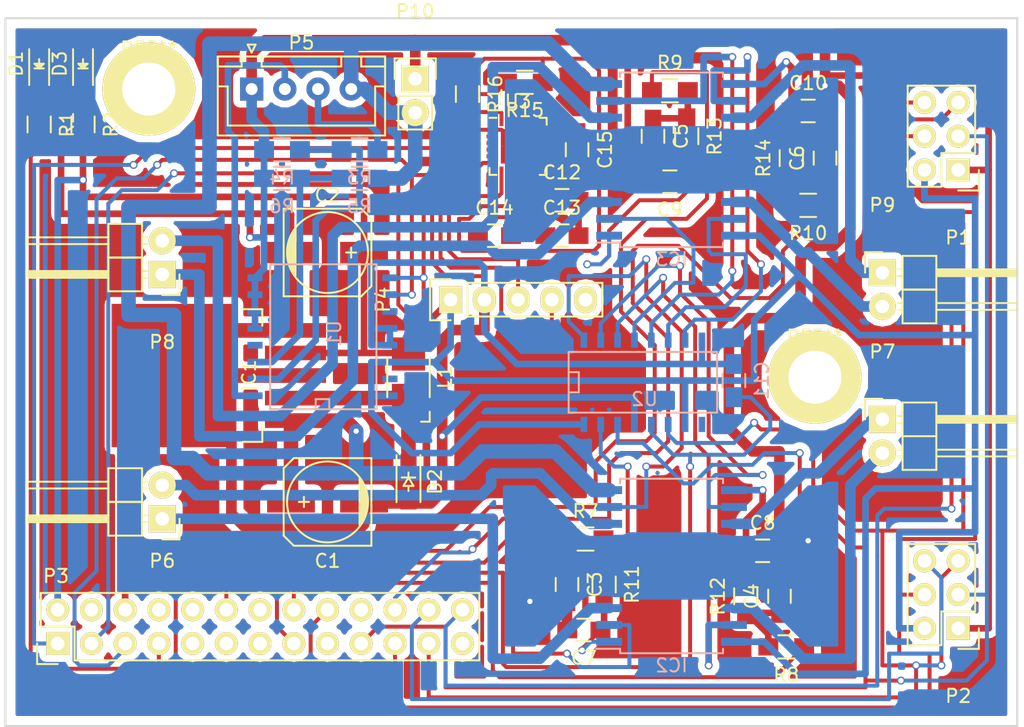
<source format=kicad_pcb>
(kicad_pcb (version 4) (host pcbnew 4.0.3-stable)
  (layers (0 F.Cu signal) (31 B.Cu signal) (34 B.Paste user) (35 F.Paste user) (36 B.SilkS user) (37 F.SilkS user) (38 B.Mask user) (39 F.Mask user) (44 Edge.Cuts user))
  (net 0 "")
  (net 1 +12V)
  (net 2 GND)
  (net 3 +5V)
  (net 4 "Net-(C3-Pad1)")
  (net 5 "Net-(C4-Pad1)")
  (net 6 "Net-(C5-Pad1)")
  (net 7 "Net-(C6-Pad1)")
  (net 8 "/DC-motors drivers/pwm1_f")
  (net 9 "/DC-motors drivers/pwm2_f")
  (net 10 "/DC-motors drivers/pwm3_f")
  (net 11 "/DC-motors drivers/pwm4_f")
  (net 12 "/DC-motors drivers/RCLK")
  (net 13 +3V3)
  (net 14 "Net-(C14-Pad1)")
  (net 15 "Net-(C15-Pad1)")
  (net 16 "Net-(D1-Pad1)")
  (net 17 "Net-(D2-Pad1)")
  (net 18 "Net-(D3-Pad1)")
  (net 19 "Net-(IC2-Pad2)")
  (net 20 "Net-(IC2-Pad3)")
  (net 21 "Net-(IC2-Pad8)")
  (net 22 "Net-(IC2-Pad9)")
  (net 23 "Net-(IC2-Pad12)")
  (net 24 "Net-(IC2-Pad13)")
  (net 25 "Net-(IC2-Pad18)")
  (net 26 "Net-(IC2-Pad19)")
  (net 27 "Net-(IC3-Pad2)")
  (net 28 "Net-(IC3-Pad3)")
  (net 29 "Net-(IC3-Pad8)")
  (net 30 "Net-(IC3-Pad9)")
  (net 31 "Net-(IC3-Pad12)")
  (net 32 "Net-(IC3-Pad13)")
  (net 33 "Net-(IC3-Pad18)")
  (net 34 "Net-(IC3-Pad19)")
  (net 35 "/DC-motors drivers/SER")
  (net 36 "Net-(P1-Pad4)")
  (net 37 "/DC-motors drivers/SRCLK")
  (net 38 "Net-(P1-Pad6)")
  (net 39 "Net-(P2-Pad6)")
  (net 40 "/Power supply/SDA")
  (net 41 "/Power supply/SCL")
  (net 42 "Net-(P3-Pad7)")
  (net 43 "/DC-motors drivers/pwm1")
  (net 44 "/DC-motors drivers/pwm2")
  (net 45 "/DC-motors drivers/pwm3")
  (net 46 "/DC-motors drivers/pwm4")
  (net 47 /mpu6050/AUX_CL)
  (net 48 /mpu6050/AUX_DA)
  (net 49 "Net-(P5-Pad2)")
  (net 50 "Net-(P5-Pad3)")
  (net 51 "Net-(R3-Pad1)")
  (net 52 "Net-(R5-Pad1)")
  (net 53 "Net-(P3-Pad4)")
  (net 54 "Net-(P3-Pad8)")
  (net 55 "Net-(P3-Pad9)")
  (net 56 "Net-(P3-Pad10)")
  (net 57 "Net-(P3-Pad11)")
  (net 58 "Net-(P3-Pad13)")
  (net 59 "Net-(P3-Pad14)")
  (net 60 "Net-(P3-Pad17)")
  (net 61 "Net-(P3-Pad20)")
  (net 62 "Net-(P3-Pad25)")
  (net 63 "Net-(P4-Pad5)")
  (net 64 "Net-(U1-Pad4)")
  (net 65 "Net-(U1-Pad11)")
  (net 66 "Net-(U1-Pad15)")
  (net 67 "Net-(U2-Pad9)")
  (net 68 "Net-(U3-Pad2)")
  (net 69 "Net-(U3-Pad3)")
  (net 70 "Net-(U3-Pad4)")
  (net 71 "Net-(U3-Pad5)")
  (net 72 "Net-(U3-Pad12)")
  (net 73 "Net-(U3-Pad14)")
  (net 74 "Net-(U3-Pad15)")
  (net 75 "Net-(U3-Pad16)")
  (net 76 "Net-(U3-Pad17)")
  (net 77 "Net-(U3-Pad19)")
  (net 78 "Net-(U3-Pad21)")
  (net 79 "Net-(U3-Pad22)")
  (module Capacitors_SMD:c_elec_6.3x5.3 (layer F.Cu) (at 134.112 110.744 180)
    (fp_text reference C1 (at 0 -4.445 180) (layer F.SilkS))
    (fp_text value 100uF)
    (pad 1 smd rect (at 2.75082 0 180) (size 3.59918 1.6002) (layers F.Cu F.Paste F.Mask) (net 1 +12V))
    (pad 2 smd rect (at -2.75082 0 180) (size 3.59918 1.6002) (layers F.Cu F.Paste F.Mask) (net 2 GND))
  )
  (module Capacitors_SMD:c_elec_6.3x7.7 (layer F.Cu) (at 134.112 91.948)
    (fp_text reference C2 (at 0 -4.318) (layer F.SilkS))
    (fp_text value 220uF)
    (pad 1 smd rect (at 2.75082 0) (size 3.59918 1.6002) (layers F.Cu F.Paste F.Mask) (net 3 +5V))
    (pad 2 smd rect (at -2.75082 0) (size 3.59918 1.6002) (layers F.Cu F.Paste F.Mask) (net 2 GND))
  )
  (module Capacitors_SMD:C_0805_HandSoldering (layer F.Cu) (at 152.146 116.967 270)
    (fp_text reference C3 (at 0 -2.1 270) (layer F.SilkS))
    (fp_text value 1uF)
    (pad 1 smd rect (at -1.25 0 270) (size 1.5 1.25) (layers F.Cu F.Paste F.Mask) (net 4 "Net-(C3-Pad1)"))
    (pad 2 smd rect (at 1.25 0 270) (size 1.5 1.25) (layers F.Cu F.Paste F.Mask) (net 2 GND))
  )
  (module Capacitors_SMD:C_0805_HandSoldering (layer F.Cu) (at 168.148 117.856 90)
    (fp_text reference C4 (at 0 -2.1 90) (layer F.SilkS))
    (fp_text value 1uF)
    (pad 1 smd rect (at -1.25 0 90) (size 1.5 1.25) (layers F.Cu F.Paste F.Mask) (net 5 "Net-(C4-Pad1)"))
    (pad 2 smd rect (at 1.25 0 90) (size 1.5 1.25) (layers F.Cu F.Paste F.Mask) (net 2 GND))
  )
  (module Capacitors_SMD:C_0805_HandSoldering (layer F.Cu) (at 158.623 83.185 270)
    (fp_text reference C5 (at 0 -2.1 270) (layer F.SilkS))
    (fp_text value 1uF)
    (pad 1 smd rect (at -1.25 0 270) (size 1.5 1.25) (layers F.Cu F.Paste F.Mask) (net 6 "Net-(C5-Pad1)"))
    (pad 2 smd rect (at 1.25 0 270) (size 1.5 1.25) (layers F.Cu F.Paste F.Mask) (net 2 GND))
  )
  (module Capacitors_SMD:C_0805_HandSoldering (layer F.Cu) (at 171.577 84.836 90)
    (fp_text reference C6 (at 0 -2.1 90) (layer F.SilkS))
    (fp_text value 1uF)
    (pad 1 smd rect (at -1.25 0 90) (size 1.5 1.25) (layers F.Cu F.Paste F.Mask) (net 7 "Net-(C6-Pad1)"))
    (pad 2 smd rect (at 1.25 0 90) (size 1.5 1.25) (layers F.Cu F.Paste F.Mask) (net 2 GND))
  )
  (module Capacitors_SMD:C_0805_HandSoldering (layer F.Cu) (at 153.416 120.396 180)
    (fp_text reference C7 (at 0 -2.1 180) (layer F.SilkS))
    (fp_text value 1uF)
    (pad 1 smd rect (at -1.25 0 180) (size 1.5 1.25) (layers F.Cu F.Paste F.Mask) (net 8 "/DC-motors drivers/pwm1_f"))
    (pad 2 smd rect (at 1.25 0 180) (size 1.5 1.25) (layers F.Cu F.Paste F.Mask) (net 2 GND))
  )
  (module Capacitors_SMD:C_0805_HandSoldering (layer F.Cu) (at 166.878 114.427)
    (fp_text reference C8 (at 0 -2.1) (layer F.SilkS))
    (fp_text value 1uF)
    (pad 1 smd rect (at -1.25 0) (size 1.5 1.25) (layers F.Cu F.Paste F.Mask) (net 9 "/DC-motors drivers/pwm2_f"))
    (pad 2 smd rect (at 1.25 0) (size 1.5 1.25) (layers F.Cu F.Paste F.Mask) (net 2 GND))
  )
  (module Capacitors_SMD:C_0805_HandSoldering (layer F.Cu) (at 159.893 86.614 180)
    (fp_text reference C9 (at 0 -2.1 180) (layer F.SilkS))
    (fp_text value 1uF)
    (pad 1 smd rect (at -1.25 0 180) (size 1.5 1.25) (layers F.Cu F.Paste F.Mask) (net 10 "/DC-motors drivers/pwm3_f"))
    (pad 2 smd rect (at 1.25 0 180) (size 1.5 1.25) (layers F.Cu F.Paste F.Mask) (net 2 GND))
  )
  (module Capacitors_SMD:C_0805_HandSoldering (layer F.Cu) (at 170.307 81.28)
    (fp_text reference C10 (at 0 -2.1) (layer F.SilkS))
    (fp_text value 1uF)
    (pad 1 smd rect (at -1.25 0) (size 1.5 1.25) (layers F.Cu F.Paste F.Mask) (net 11 "/DC-motors drivers/pwm4_f"))
    (pad 2 smd rect (at 1.25 0) (size 1.5 1.25) (layers F.Cu F.Paste F.Mask) (net 2 GND))
  )
  (module Capacitors_SMD:C_0805_HandSoldering (layer B.Cu) (at 164.719 101.6 90)
    (fp_text reference C11 (at 0 2.1 90) (layer B.SilkS) (effects (justify mirror)))
    (fp_text value 0.1uF)
    (pad 1 smd rect (at -1.25 0 90) (size 1.5 1.25) (layers B.Cu B.Paste B.Mask) (net 12 "/DC-motors drivers/RCLK"))
    (pad 2 smd rect (at 1.25 0 90) (size 1.5 1.25) (layers B.Cu B.Paste B.Mask) (net 2 GND))
  )
  (module Capacitors_SMD:C_0805_HandSoldering (layer F.Cu) (at 151.765 88.011)
    (fp_text reference C12 (at 0 -2.1) (layer F.SilkS))
    (fp_text value 0.1uF)
    (pad 1 smd rect (at -1.25 0) (size 1.5 1.25) (layers F.Cu F.Paste F.Mask) (net 13 +3V3))
    (pad 2 smd rect (at 1.25 0) (size 1.5 1.25) (layers F.Cu F.Paste F.Mask) (net 2 GND))
  )
  (module Capacitors_SMD:C_0805_HandSoldering (layer F.Cu) (at 151.765 90.678)
    (fp_text reference C13 (at 0 -2.1) (layer F.SilkS))
    (fp_text value 10nF)
    (pad 1 smd rect (at -1.25 0) (size 1.5 1.25) (layers F.Cu F.Paste F.Mask) (net 13 +3V3))
    (pad 2 smd rect (at 1.25 0) (size 1.5 1.25) (layers F.Cu F.Paste F.Mask) (net 2 GND))
  )
  (module Capacitors_SMD:C_0805_HandSoldering (layer F.Cu) (at 146.685 90.678)
    (fp_text reference C14 (at 0 -2.1) (layer F.SilkS))
    (fp_text value 0.1uF)
    (pad 1 smd rect (at -1.25 0) (size 1.5 1.25) (layers F.Cu F.Paste F.Mask) (net 14 "Net-(C14-Pad1)"))
    (pad 2 smd rect (at 1.25 0) (size 1.5 1.25) (layers F.Cu F.Paste F.Mask) (net 2 GND))
  )
  (module Capacitors_SMD:C_0805_HandSoldering (layer F.Cu) (at 152.908 84.201 270)
    (fp_text reference C15 (at 0 -2.1 270) (layer F.SilkS))
    (fp_text value 2.2nF)
    (pad 1 smd rect (at -1.25 0 270) (size 1.5 1.25) (layers F.Cu F.Paste F.Mask) (net 15 "Net-(C15-Pad1)"))
    (pad 2 smd rect (at 1.25 0 270) (size 1.5 1.25) (layers F.Cu F.Paste F.Mask) (net 2 GND))
  )
  (module LEDs:LED_0805 (layer F.Cu) (at 112.395 77.724 90)
    (fp_text reference D1 (at 0 -1.75 90) (layer F.SilkS))
    (fp_text value LED)
    (pad 2 smd rect (at 1.04902 0 270) (size 1.19888 1.19888) (layers F.Cu F.Paste F.Mask) (net 2 GND))
    (pad 1 smd rect (at -1.04902 0 270) (size 1.19888 1.19888) (layers F.Cu F.Paste F.Mask) (net 16 "Net-(D1-Pad1)"))
  )
  (module LEDs:LED_0805 (layer F.Cu) (at 115.697 77.724 90)
    (fp_text reference D3 (at 0 -1.75 90) (layer F.SilkS))
    (fp_text value LED)
    (pad 2 smd rect (at 1.04902 0 270) (size 1.19888 1.19888) (layers F.Cu F.Paste F.Mask) (net 2 GND))
    (pad 1 smd rect (at -1.04902 0 270) (size 1.19888 1.19888) (layers F.Cu F.Paste F.Mask) (net 18 "Net-(D3-Pad1)"))
  )
  (module TO_SOT_Packages_SMD:TO-263-5Lead (layer F.Cu) (at 131.699 101.219 180)
    (fp_text reference IC1 (at 3.5 0 270) (layer F.SilkS))
    (fp_text value LM2596S)
    (pad 5 smd rect (at 0 3.4 180) (size 4.6 1.1) (layers F.Cu F.Paste F.Mask) (net 2 GND))
    (pad 4 smd rect (at 0 1.7 180) (size 4.6 1.1) (layers F.Cu F.Paste F.Mask) (net 3 +5V))
    (pad 2 smd rect (at 0 -1.7 180) (size 4.6 1.1) (layers F.Cu F.Paste F.Mask) (net 17 "Net-(D2-Pad1)"))
    (pad 3 smd rect (at 9.15 0 180) (size 9.4 10.8) (layers F.Cu F.Paste F.Mask) (net 2 GND))
    (pad 3 smd rect (at 0 0 180) (size 4.6 1.1) (layers F.Cu F.Paste F.Mask) (net 2 GND))
    (pad 1 smd rect (at 0 -3.4 180) (size 4.6 1.1) (layers F.Cu F.Paste F.Mask) (net 1 +12V))
  )
  (module Housings_SOIC:SOIC-20_7.5x12.8mm_Pitch1.27mm (layer B.Cu) (at 160.02 115.57)
    (fp_text reference IC2 (at 0 7.5) (layer B.SilkS) (effects (justify mirror)))
    (fp_text value L293DD)
    (pad 1 smd rect (at -4.7 5.715) (size 1.95 0.6) (layers B.Cu B.Paste B.Mask) (net 8 "/DC-motors drivers/pwm1_f"))
    (pad 2 smd rect (at -4.7 4.445) (size 1.95 0.6) (layers B.Cu B.Paste B.Mask) (net 19 "Net-(IC2-Pad2)"))
    (pad 3 smd rect (at -4.7 3.175) (size 1.95 0.6) (layers B.Cu B.Paste B.Mask) (net 20 "Net-(IC2-Pad3)"))
    (pad 4 smd rect (at -4.7 1.905) (size 1.95 0.6) (layers B.Cu B.Paste B.Mask) (net 2 GND))
    (pad 5 smd rect (at -4.7 0.635) (size 1.95 0.6) (layers B.Cu B.Paste B.Mask) (net 2 GND))
    (pad 6 smd rect (at -4.7 -0.635) (size 1.95 0.6) (layers B.Cu B.Paste B.Mask) (net 2 GND))
    (pad 7 smd rect (at -4.7 -1.905) (size 1.95 0.6) (layers B.Cu B.Paste B.Mask) (net 2 GND))
    (pad 8 smd rect (at -4.7 -3.175) (size 1.95 0.6) (layers B.Cu B.Paste B.Mask) (net 21 "Net-(IC2-Pad8)"))
    (pad 9 smd rect (at -4.7 -4.445) (size 1.95 0.6) (layers B.Cu B.Paste B.Mask) (net 22 "Net-(IC2-Pad9)"))
    (pad 10 smd rect (at -4.7 -5.715) (size 1.95 0.6) (layers B.Cu B.Paste B.Mask) (net 1 +12V))
    (pad 11 smd rect (at 4.7 -5.715) (size 1.95 0.6) (layers B.Cu B.Paste B.Mask) (net 9 "/DC-motors drivers/pwm2_f"))
    (pad 12 smd rect (at 4.7 -4.445) (size 1.95 0.6) (layers B.Cu B.Paste B.Mask) (net 23 "Net-(IC2-Pad12)"))
    (pad 13 smd rect (at 4.7 -3.175) (size 1.95 0.6) (layers B.Cu B.Paste B.Mask) (net 24 "Net-(IC2-Pad13)"))
    (pad 14 smd rect (at 4.7 -1.905) (size 1.95 0.6) (layers B.Cu B.Paste B.Mask) (net 2 GND))
    (pad 15 smd rect (at 4.7 -0.635) (size 1.95 0.6) (layers B.Cu B.Paste B.Mask) (net 2 GND))
    (pad 16 smd rect (at 4.7 0.635) (size 1.95 0.6) (layers B.Cu B.Paste B.Mask) (net 2 GND))
    (pad 17 smd rect (at 4.7 1.905) (size 1.95 0.6) (layers B.Cu B.Paste B.Mask) (net 2 GND))
    (pad 18 smd rect (at 4.7 3.175) (size 1.95 0.6) (layers B.Cu B.Paste B.Mask) (net 25 "Net-(IC2-Pad18)"))
    (pad 19 smd rect (at 4.7 4.445) (size 1.95 0.6) (layers B.Cu B.Paste B.Mask) (net 26 "Net-(IC2-Pad19)"))
    (pad 20 smd rect (at 4.7 5.715) (size 1.95 0.6) (layers B.Cu B.Paste B.Mask) (net 3 +5V))
  )
  (module Housings_SOIC:SOIC-20_7.5x12.8mm_Pitch1.27mm (layer B.Cu) (at 160.02 84.963)
    (fp_text reference IC3 (at 0 7.5) (layer B.SilkS) (effects (justify mirror)))
    (fp_text value L293DD)
    (pad 1 smd rect (at -4.7 5.715) (size 1.95 0.6) (layers B.Cu B.Paste B.Mask) (net 10 "/DC-motors drivers/pwm3_f"))
    (pad 2 smd rect (at -4.7 4.445) (size 1.95 0.6) (layers B.Cu B.Paste B.Mask) (net 27 "Net-(IC3-Pad2)"))
    (pad 3 smd rect (at -4.7 3.175) (size 1.95 0.6) (layers B.Cu B.Paste B.Mask) (net 28 "Net-(IC3-Pad3)"))
    (pad 4 smd rect (at -4.7 1.905) (size 1.95 0.6) (layers B.Cu B.Paste B.Mask) (net 2 GND))
    (pad 5 smd rect (at -4.7 0.635) (size 1.95 0.6) (layers B.Cu B.Paste B.Mask) (net 2 GND))
    (pad 6 smd rect (at -4.7 -0.635) (size 1.95 0.6) (layers B.Cu B.Paste B.Mask) (net 2 GND))
    (pad 7 smd rect (at -4.7 -1.905) (size 1.95 0.6) (layers B.Cu B.Paste B.Mask) (net 2 GND))
    (pad 8 smd rect (at -4.7 -3.175) (size 1.95 0.6) (layers B.Cu B.Paste B.Mask) (net 29 "Net-(IC3-Pad8)"))
    (pad 9 smd rect (at -4.7 -4.445) (size 1.95 0.6) (layers B.Cu B.Paste B.Mask) (net 30 "Net-(IC3-Pad9)"))
    (pad 10 smd rect (at -4.7 -5.715) (size 1.95 0.6) (layers B.Cu B.Paste B.Mask) (net 1 +12V))
    (pad 11 smd rect (at 4.7 -5.715) (size 1.95 0.6) (layers B.Cu B.Paste B.Mask) (net 11 "/DC-motors drivers/pwm4_f"))
    (pad 12 smd rect (at 4.7 -4.445) (size 1.95 0.6) (layers B.Cu B.Paste B.Mask) (net 31 "Net-(IC3-Pad12)"))
    (pad 13 smd rect (at 4.7 -3.175) (size 1.95 0.6) (layers B.Cu B.Paste B.Mask) (net 32 "Net-(IC3-Pad13)"))
    (pad 14 smd rect (at 4.7 -1.905) (size 1.95 0.6) (layers B.Cu B.Paste B.Mask) (net 2 GND))
    (pad 15 smd rect (at 4.7 -0.635) (size 1.95 0.6) (layers B.Cu B.Paste B.Mask) (net 2 GND))
    (pad 16 smd rect (at 4.7 0.635) (size 1.95 0.6) (layers B.Cu B.Paste B.Mask) (net 2 GND))
    (pad 17 smd rect (at 4.7 1.905) (size 1.95 0.6) (layers B.Cu B.Paste B.Mask) (net 2 GND))
    (pad 18 smd rect (at 4.7 3.175) (size 1.95 0.6) (layers B.Cu B.Paste B.Mask) (net 33 "Net-(IC3-Pad18)"))
    (pad 19 smd rect (at 4.7 4.445) (size 1.95 0.6) (layers B.Cu B.Paste B.Mask) (net 34 "Net-(IC3-Pad19)"))
    (pad 20 smd rect (at 4.7 5.715) (size 1.95 0.6) (layers B.Cu B.Paste B.Mask) (net 3 +5V))
  )
  (module Inductors:Inductor_1212 (layer F.Cu) (at 140.208 101.346 90)
    (fp_text reference L1 (at 0 2.75 90) (layer F.SilkS))
    (fp_text value 33uH)
    (pad 1 smd rect (at -1.75 0 90) (size 2.5 2.5) (layers F.Cu F.Paste F.Mask) (net 17 "Net-(D2-Pad1)"))
    (pad 2 smd rect (at 1.75 0 90) (size 2.5 2.5) (layers F.Cu F.Paste F.Mask) (net 3 +5V))
  )
  (module Pin_Headers:Pin_Header_Straight_2x03 (layer F.Cu) (at 181.61 85.725 180)
    (fp_text reference P1 (at 0 -5.1 180) (layer F.SilkS))
    (fp_text value CONN_02X03)
    (pad 1 thru_hole rect (at 0 0 180) (size 1.7272 1.7272) (drill 1.016) (layers *.Cu *.Mask F.SilkS) (net 2 GND))
    (pad 2 thru_hole oval (at 2.54 0 180) (size 1.7272 1.7272) (drill 1.016) (layers *.Cu *.Mask F.SilkS) (net 3 +5V))
    (pad 3 thru_hole oval (at 0 2.54 180) (size 1.7272 1.7272) (drill 1.016) (layers *.Cu *.Mask F.SilkS) (net 35 "/DC-motors drivers/SER"))
    (pad 4 thru_hole oval (at 2.54 2.54 180) (size 1.7272 1.7272) (drill 1.016) (layers *.Cu *.Mask F.SilkS) (net 36 "Net-(P1-Pad4)"))
    (pad 5 thru_hole oval (at 0 5.08 180) (size 1.7272 1.7272) (drill 1.016) (layers *.Cu *.Mask F.SilkS) (net 37 "/DC-motors drivers/SRCLK"))
    (pad 6 thru_hole oval (at 2.54 5.08 180) (size 1.7272 1.7272) (drill 1.016) (layers *.Cu *.Mask F.SilkS) (net 38 "Net-(P1-Pad6)"))
  )
  (module Pin_Headers:Pin_Header_Straight_2x03 (layer F.Cu) (at 181.61 120.269 180)
    (fp_text reference P2 (at 0 -5.1 180) (layer F.SilkS))
    (fp_text value CONN_02X03)
    (pad 1 thru_hole rect (at 0 0 180) (size 1.7272 1.7272) (drill 1.016) (layers *.Cu *.Mask F.SilkS) (net 2 GND))
    (pad 2 thru_hole oval (at 2.54 0 180) (size 1.7272 1.7272) (drill 1.016) (layers *.Cu *.Mask F.SilkS) (net 3 +5V))
    (pad 3 thru_hole oval (at 0 2.54 180) (size 1.7272 1.7272) (drill 1.016) (layers *.Cu *.Mask F.SilkS) (net 35 "/DC-motors drivers/SER"))
    (pad 4 thru_hole oval (at 2.54 2.54 180) (size 1.7272 1.7272) (drill 1.016) (layers *.Cu *.Mask F.SilkS) (net 36 "Net-(P1-Pad4)"))
    (pad 5 thru_hole oval (at 0 5.08 180) (size 1.7272 1.7272) (drill 1.016) (layers *.Cu *.Mask F.SilkS) (net 37 "/DC-motors drivers/SRCLK"))
    (pad 6 thru_hole oval (at 2.54 5.08 180) (size 1.7272 1.7272) (drill 1.016) (layers *.Cu *.Mask F.SilkS) (net 39 "Net-(P2-Pad6)"))
  )
  (module Pin_Headers:Pin_Header_Straight_2x13 (layer F.Cu) (at 113.792 121.412 90)
    (fp_text reference P3 (at 5.08 -0.127 180) (layer F.SilkS))
    (fp_text value CONN_02X13)
    (pad 1 thru_hole rect (at 0 0 90) (size 1.7272 1.7272) (drill 1.016) (layers *.Cu *.Mask F.SilkS) (net 13 +3V3))
    (pad 2 thru_hole oval (at 2.54 0 90) (size 1.7272 1.7272) (drill 1.016) (layers *.Cu *.Mask F.SilkS) (net 3 +5V))
    (pad 3 thru_hole oval (at 0 2.54 90) (size 1.7272 1.7272) (drill 1.016) (layers *.Cu *.Mask F.SilkS) (net 40 "/Power supply/SDA"))
    (pad 4 thru_hole oval (at 2.54 2.54 90) (size 1.7272 1.7272) (drill 1.016) (layers *.Cu *.Mask F.SilkS) (net 53 "Net-(P3-Pad4)"))
    (pad 5 thru_hole oval (at 0 5.08 90) (size 1.7272 1.7272) (drill 1.016) (layers *.Cu *.Mask F.SilkS) (net 41 "/Power supply/SCL"))
    (pad 6 thru_hole oval (at 2.54 5.08 90) (size 1.7272 1.7272) (drill 1.016) (layers *.Cu *.Mask F.SilkS) (net 2 GND))
    (pad 7 thru_hole oval (at 0 7.62 90) (size 1.7272 1.7272) (drill 1.016) (layers *.Cu *.Mask F.SilkS) (net 42 "Net-(P3-Pad7)"))
    (pad 8 thru_hole oval (at 2.54 7.62 90) (size 1.7272 1.7272) (drill 1.016) (layers *.Cu *.Mask F.SilkS) (net 54 "Net-(P3-Pad8)"))
    (pad 9 thru_hole oval (at 0 10.16 90) (size 1.7272 1.7272) (drill 1.016) (layers *.Cu *.Mask F.SilkS) (net 55 "Net-(P3-Pad9)"))
    (pad 10 thru_hole oval (at 2.54 10.16 90) (size 1.7272 1.7272) (drill 1.016) (layers *.Cu *.Mask F.SilkS) (net 56 "Net-(P3-Pad10)"))
    (pad 11 thru_hole oval (at 0 12.7 90) (size 1.7272 1.7272) (drill 1.016) (layers *.Cu *.Mask F.SilkS) (net 57 "Net-(P3-Pad11)"))
    (pad 12 thru_hole oval (at 2.54 12.7 90) (size 1.7272 1.7272) (drill 1.016) (layers *.Cu *.Mask F.SilkS) (net 43 "/DC-motors drivers/pwm1"))
    (pad 13 thru_hole oval (at 0 15.24 90) (size 1.7272 1.7272) (drill 1.016) (layers *.Cu *.Mask F.SilkS) (net 58 "Net-(P3-Pad13)"))
    (pad 14 thru_hole oval (at 2.54 15.24 90) (size 1.7272 1.7272) (drill 1.016) (layers *.Cu *.Mask F.SilkS) (net 59 "Net-(P3-Pad14)"))
    (pad 15 thru_hole oval (at 0 17.78 90) (size 1.7272 1.7272) (drill 1.016) (layers *.Cu *.Mask F.SilkS) (net 12 "/DC-motors drivers/RCLK"))
    (pad 16 thru_hole oval (at 2.54 17.78 90) (size 1.7272 1.7272) (drill 1.016) (layers *.Cu *.Mask F.SilkS) (net 44 "/DC-motors drivers/pwm2"))
    (pad 17 thru_hole oval (at 0 20.32 90) (size 1.7272 1.7272) (drill 1.016) (layers *.Cu *.Mask F.SilkS) (net 60 "Net-(P3-Pad17)"))
    (pad 18 thru_hole oval (at 2.54 20.32 90) (size 1.7272 1.7272) (drill 1.016) (layers *.Cu *.Mask F.SilkS) (net 45 "/DC-motors drivers/pwm3"))
    (pad 19 thru_hole oval (at 0 22.86 90) (size 1.7272 1.7272) (drill 1.016) (layers *.Cu *.Mask F.SilkS) (net 35 "/DC-motors drivers/SER"))
    (pad 20 thru_hole oval (at 2.54 22.86 90) (size 1.7272 1.7272) (drill 1.016) (layers *.Cu *.Mask F.SilkS) (net 61 "Net-(P3-Pad20)"))
    (pad 21 thru_hole oval (at 0 25.4 90) (size 1.7272 1.7272) (drill 1.016) (layers *.Cu *.Mask F.SilkS) (net 36 "Net-(P1-Pad4)"))
    (pad 22 thru_hole oval (at 2.54 25.4 90) (size 1.7272 1.7272) (drill 1.016) (layers *.Cu *.Mask F.SilkS) (net 46 "/DC-motors drivers/pwm4"))
    (pad 23 thru_hole oval (at 0 27.94 90) (size 1.7272 1.7272) (drill 1.016) (layers *.Cu *.Mask F.SilkS) (net 37 "/DC-motors drivers/SRCLK"))
    (pad 24 thru_hole oval (at 2.54 27.94 90) (size 1.7272 1.7272) (drill 1.016) (layers *.Cu *.Mask F.SilkS) (net 39 "Net-(P2-Pad6)"))
    (pad 25 thru_hole oval (at 0 30.48 90) (size 1.7272 1.7272) (drill 1.016) (layers *.Cu *.Mask F.SilkS) (net 62 "Net-(P3-Pad25)"))
    (pad 26 thru_hole oval (at 2.54 30.48 90) (size 1.7272 1.7272) (drill 1.016) (layers *.Cu *.Mask F.SilkS) (net 38 "Net-(P1-Pad6)"))
  )
  (module Pin_Headers:Pin_Header_Straight_1x05 (layer F.Cu) (at 143.383 95.504 90)
    (fp_text reference P4 (at 0 -5.1 90) (layer F.SilkS))
    (fp_text value CONN_01X05)
    (pad 1 thru_hole rect (at 0 0 90) (size 2.032 1.7272) (drill 1.016) (layers *.Cu *.Mask F.SilkS) (net 3 +5V))
    (pad 2 thru_hole oval (at 0 2.54 90) (size 2.032 1.7272) (drill 1.016) (layers *.Cu *.Mask F.SilkS) (net 2 GND))
    (pad 3 thru_hole oval (at 0 5.08 90) (size 2.032 1.7272) (drill 1.016) (layers *.Cu *.Mask F.SilkS) (net 47 /mpu6050/AUX_CL))
    (pad 4 thru_hole oval (at 0 7.62 90) (size 2.032 1.7272) (drill 1.016) (layers *.Cu *.Mask F.SilkS) (net 48 /mpu6050/AUX_DA))
    (pad 5 thru_hole oval (at 0 10.16 90) (size 2.032 1.7272) (drill 1.016) (layers *.Cu *.Mask F.SilkS) (net 63 "Net-(P4-Pad5)"))
  )
  (module Connectors_JST:JST_XH_B04B-XH-A_04x2.50mm_Straight (layer F.Cu) (at 128.397 79.629)
    (fp_text reference P5 (at 3.75 -3.5) (layer F.SilkS))
    (fp_text value CONN_01X04)
    (pad 1 thru_hole rect (at 0 0) (size 1.75 1.75) (drill 0.9) (layers *.Cu *.Mask) (net 2 GND))
    (pad 2 thru_hole circle (at 2.5 0) (size 1.75 1.75) (drill 0.9) (layers *.Cu *.Mask) (net 49 "Net-(P5-Pad2)"))
    (pad 3 thru_hole circle (at 5 0) (size 1.75 1.75) (drill 0.9) (layers *.Cu *.Mask) (net 50 "Net-(P5-Pad3)"))
    (pad 4 thru_hole circle (at 7.5 0) (size 1.75 1.75) (drill 0.9) (layers *.Cu *.Mask) (net 1 +12V))
  )
  (module Pin_Headers:Pin_Header_Angled_1x02 (layer F.Cu) (at 121.666 112.014 180)
    (fp_text reference P6 (at 0 -3.175 180) (layer F.SilkS))
    (fp_text value CONN_01X02)
    (pad 1 thru_hole rect (at 0 0 180) (size 2.032 2.032) (drill 1.016) (layers *.Cu *.Mask F.SilkS) (net 20 "Net-(IC2-Pad3)"))
    (pad 2 thru_hole oval (at 0 2.54 180) (size 2.032 2.032) (drill 1.016) (layers *.Cu *.Mask F.SilkS) (net 21 "Net-(IC2-Pad8)"))
  )
  (module Pin_Headers:Pin_Header_Angled_1x02 (layer F.Cu) (at 175.895 104.521)
    (fp_text reference P7 (at 0 -5.1) (layer F.SilkS))
    (fp_text value CONN_01X02)
    (pad 1 thru_hole rect (at 0 0) (size 2.032 2.032) (drill 1.016) (layers *.Cu *.Mask F.SilkS) (net 24 "Net-(IC2-Pad13)"))
    (pad 2 thru_hole oval (at 0 2.54) (size 2.032 2.032) (drill 1.016) (layers *.Cu *.Mask F.SilkS) (net 25 "Net-(IC2-Pad18)"))
  )
  (module Pin_Headers:Pin_Header_Angled_1x02 (layer F.Cu) (at 121.666 93.599 180)
    (fp_text reference P8 (at 0 -5.1 180) (layer F.SilkS))
    (fp_text value CONN_01X02)
    (pad 1 thru_hole rect (at 0 0 180) (size 2.032 2.032) (drill 1.016) (layers *.Cu *.Mask F.SilkS) (net 28 "Net-(IC3-Pad3)"))
    (pad 2 thru_hole oval (at 0 2.54 180) (size 2.032 2.032) (drill 1.016) (layers *.Cu *.Mask F.SilkS) (net 29 "Net-(IC3-Pad8)"))
  )
  (module Pin_Headers:Pin_Header_Angled_1x02 (layer F.Cu) (at 175.895 93.472)
    (fp_text reference P9 (at 0 -5.1) (layer F.SilkS))
    (fp_text value CONN_01X02)
    (pad 1 thru_hole rect (at 0 0) (size 2.032 2.032) (drill 1.016) (layers *.Cu *.Mask F.SilkS) (net 32 "Net-(IC3-Pad13)"))
    (pad 2 thru_hole oval (at 0 2.54) (size 2.032 2.032) (drill 1.016) (layers *.Cu *.Mask F.SilkS) (net 33 "Net-(IC3-Pad18)"))
  )
  (module Resistors_SMD:R_0805_HandSoldering (layer F.Cu) (at 112.395 82.296 270)
    (fp_text reference R1 (at 0 -2.1 270) (layer F.SilkS))
    (fp_text value 1,5k)
    (pad 1 smd rect (at -1.35 0 270) (size 1.5 1.3) (layers F.Cu F.Paste F.Mask) (net 16 "Net-(D1-Pad1)"))
    (pad 2 smd rect (at 1.35 0 270) (size 1.5 1.3) (layers F.Cu F.Paste F.Mask) (net 42 "Net-(P3-Pad7)"))
  )
  (module Resistors_SMD:R_0805_HandSoldering (layer F.Cu) (at 115.697 82.296 270)
    (fp_text reference R2 (at 0 -2.1 270) (layer F.SilkS))
    (fp_text value 1.5k)
    (pad 1 smd rect (at -1.35 0 270) (size 1.5 1.3) (layers F.Cu F.Paste F.Mask) (net 18 "Net-(D3-Pad1)"))
    (pad 2 smd rect (at 1.35 0 270) (size 1.5 1.3) (layers F.Cu F.Paste F.Mask) (net 3 +5V))
  )
  (module Resistors_SMD:R_0805_HandSoldering (layer B.Cu) (at 136.525 84.201)
    (fp_text reference R3 (at 0 2.1) (layer B.SilkS) (effects (justify mirror)))
    (fp_text value 10k)
    (pad 1 smd rect (at -1.35 0) (size 1.5 1.3) (layers B.Cu B.Paste B.Mask) (net 51 "Net-(R3-Pad1)"))
    (pad 2 smd rect (at 1.35 0) (size 1.5 1.3) (layers B.Cu B.Paste B.Mask) (net 50 "Net-(P5-Pad3)"))
  )
  (module Resistors_SMD:R_0805_HandSoldering (layer B.Cu) (at 130.683 84.201)
    (fp_text reference R4 (at 0 2.1) (layer B.SilkS) (effects (justify mirror)))
    (fp_text value 10k)
    (pad 1 smd rect (at -1.35 0) (size 1.5 1.3) (layers B.Cu B.Paste B.Mask) (net 2 GND))
    (pad 2 smd rect (at 1.35 0) (size 1.5 1.3) (layers B.Cu B.Paste B.Mask) (net 51 "Net-(R3-Pad1)"))
  )
  (module Resistors_SMD:R_0805_HandSoldering (layer B.Cu) (at 136.525 86.36)
    (fp_text reference R5 (at 0 2.1) (layer B.SilkS) (effects (justify mirror)))
    (fp_text value 20k)
    (pad 1 smd rect (at -1.35 0) (size 1.5 1.3) (layers B.Cu B.Paste B.Mask) (net 52 "Net-(R5-Pad1)"))
    (pad 2 smd rect (at 1.35 0) (size 1.5 1.3) (layers B.Cu B.Paste B.Mask) (net 1 +12V))
  )
  (module Resistors_SMD:R_0805_HandSoldering (layer B.Cu) (at 130.683 86.36)
    (fp_text reference R6 (at 0 2.1) (layer B.SilkS) (effects (justify mirror)))
    (fp_text value 10k)
    (pad 1 smd rect (at -1.35 0) (size 1.5 1.3) (layers B.Cu B.Paste B.Mask) (net 2 GND))
    (pad 2 smd rect (at 1.35 0) (size 1.5 1.3) (layers B.Cu B.Paste B.Mask) (net 52 "Net-(R5-Pad1)"))
  )
  (module Resistors_SMD:R_0805_HandSoldering (layer F.Cu) (at 153.543 113.538)
    (fp_text reference R7 (at 0 -2.1) (layer F.SilkS))
    (fp_text value 4.7K)
    (pad 1 smd rect (at -1.35 0) (size 1.5 1.3) (layers F.Cu F.Paste F.Mask) (net 43 "/DC-motors drivers/pwm1"))
    (pad 2 smd rect (at 1.35 0) (size 1.5 1.3) (layers F.Cu F.Paste F.Mask) (net 4 "Net-(C3-Pad1)"))
  )
  (module Resistors_SMD:R_0805_HandSoldering (layer F.Cu) (at 168.656 121.666 180)
    (fp_text reference R8 (at 0 -2.1 180) (layer F.SilkS))
    (fp_text value 4.7K)
    (pad 1 smd rect (at -1.35 0 180) (size 1.5 1.3) (layers F.Cu F.Paste F.Mask) (net 44 "/DC-motors drivers/pwm2"))
    (pad 2 smd rect (at 1.35 0 180) (size 1.5 1.3) (layers F.Cu F.Paste F.Mask) (net 5 "Net-(C4-Pad1)"))
  )
  (module Resistors_SMD:R_0805_HandSoldering (layer F.Cu) (at 159.893 79.756)
    (fp_text reference R9 (at 0 -2.1) (layer F.SilkS))
    (fp_text value 4.7K)
    (pad 1 smd rect (at -1.35 0) (size 1.5 1.3) (layers F.Cu F.Paste F.Mask) (net 45 "/DC-motors drivers/pwm3"))
    (pad 2 smd rect (at 1.35 0) (size 1.5 1.3) (layers F.Cu F.Paste F.Mask) (net 6 "Net-(C5-Pad1)"))
  )
  (module Resistors_SMD:R_0805_HandSoldering (layer F.Cu) (at 170.307 88.392 180)
    (fp_text reference R10 (at 0 -2.1 180) (layer F.SilkS))
    (fp_text value 4.7K)
    (pad 1 smd rect (at -1.35 0 180) (size 1.5 1.3) (layers F.Cu F.Paste F.Mask) (net 46 "/DC-motors drivers/pwm4"))
    (pad 2 smd rect (at 1.35 0 180) (size 1.5 1.3) (layers F.Cu F.Paste F.Mask) (net 7 "Net-(C6-Pad1)"))
  )
  (module Resistors_SMD:R_0805_HandSoldering (layer F.Cu) (at 154.94 116.967 270)
    (fp_text reference R11 (at 0 -2.1 270) (layer F.SilkS))
    (fp_text value 4.7K)
    (pad 1 smd rect (at -1.35 0 270) (size 1.5 1.3) (layers F.Cu F.Paste F.Mask) (net 4 "Net-(C3-Pad1)"))
    (pad 2 smd rect (at 1.35 0 270) (size 1.5 1.3) (layers F.Cu F.Paste F.Mask) (net 8 "/DC-motors drivers/pwm1_f"))
  )
  (module Resistors_SMD:R_0805_HandSoldering (layer F.Cu) (at 165.608 117.856 90)
    (fp_text reference R12 (at 0 -2.1 90) (layer F.SilkS))
    (fp_text value 4.7K)
    (pad 1 smd rect (at -1.35 0 90) (size 1.5 1.3) (layers F.Cu F.Paste F.Mask) (net 5 "Net-(C4-Pad1)"))
    (pad 2 smd rect (at 1.35 0 90) (size 1.5 1.3) (layers F.Cu F.Paste F.Mask) (net 9 "/DC-motors drivers/pwm2_f"))
  )
  (module Resistors_SMD:R_0805_HandSoldering (layer F.Cu) (at 161.163 83.185 270)
    (fp_text reference R13 (at 0 -2.1 270) (layer F.SilkS))
    (fp_text value 4.7K)
    (pad 1 smd rect (at -1.35 0 270) (size 1.5 1.3) (layers F.Cu F.Paste F.Mask) (net 6 "Net-(C5-Pad1)"))
    (pad 2 smd rect (at 1.35 0 270) (size 1.5 1.3) (layers F.Cu F.Paste F.Mask) (net 10 "/DC-motors drivers/pwm3_f"))
  )
  (module Resistors_SMD:R_0805_HandSoldering (layer F.Cu) (at 169.037 84.836 90)
    (fp_text reference R14 (at 0 -2.1 90) (layer F.SilkS))
    (fp_text value 4.7K)
    (pad 1 smd rect (at -1.35 0 90) (size 1.5 1.3) (layers F.Cu F.Paste F.Mask) (net 7 "Net-(C6-Pad1)"))
    (pad 2 smd rect (at 1.35 0 90) (size 1.5 1.3) (layers F.Cu F.Paste F.Mask) (net 11 "/DC-motors drivers/pwm4_f"))
  )
  (module Resistors_SMD:R_0805_HandSoldering (layer F.Cu) (at 148.971 79.121 180)
    (fp_text reference R15 (at 0 -2.1 180) (layer F.SilkS))
    (fp_text value 10k)
    (pad 1 smd rect (at -1.35 0 180) (size 1.5 1.3) (layers F.Cu F.Paste F.Mask) (net 13 +3V3))
    (pad 2 smd rect (at 1.35 0 180) (size 1.5 1.3) (layers F.Cu F.Paste F.Mask) (net 41 "/Power supply/SCL"))
  )
  (module Resistors_SMD:R_0805_HandSoldering (layer F.Cu) (at 144.653 80.01 270)
    (fp_text reference R16 (at 0 -2.1 270) (layer F.SilkS))
    (fp_text value 10k)
    (pad 1 smd rect (at -1.35 0 270) (size 1.5 1.3) (layers F.Cu F.Paste F.Mask) (net 13 +3V3))
    (pad 2 smd rect (at 1.35 0 270) (size 1.5 1.3) (layers F.Cu F.Paste F.Mask) (net 40 "/Power supply/SDA"))
  )
  (module SMD_Packages:SO-16-W (layer B.Cu) (at 133.731 98.298 90)
    (fp_text reference U1 (at 0.254 0.889 90) (layer B.SilkS) (effects (justify mirror)))
    (fp_text value PCF8591)
    (pad 1 smd rect (at -4.445 -5.08 90) (size 0.508 1.143) (layers B.Cu B.Paste B.Mask) (net 49 "Net-(P5-Pad2)"))
    (pad 2 smd rect (at -3.175 -5.08 90) (size 0.508 1.143) (layers B.Cu B.Paste B.Mask) (net 51 "Net-(R3-Pad1)"))
    (pad 3 smd rect (at -1.905 -5.08 90) (size 0.508 1.143) (layers B.Cu B.Paste B.Mask) (net 52 "Net-(R5-Pad1)"))
    (pad 4 smd rect (at -0.635 -5.08 90) (size 0.508 1.143) (layers B.Cu B.Paste B.Mask) (net 64 "Net-(U1-Pad4)"))
    (pad 5 smd rect (at 0.635 -5.08 90) (size 0.508 1.143) (layers B.Cu B.Paste B.Mask) (net 2 GND))
    (pad 6 smd rect (at 1.905 -5.08 90) (size 0.508 1.143) (layers B.Cu B.Paste B.Mask) (net 2 GND))
    (pad 7 smd rect (at 3.175 -5.08 90) (size 0.508 1.143) (layers B.Cu B.Paste B.Mask) (net 2 GND))
    (pad 8 smd rect (at 4.445 -5.08 90) (size 0.508 1.143) (layers B.Cu B.Paste B.Mask) (net 2 GND))
    (pad 9 smd rect (at 4.445 5.08 90) (size 0.508 1.143) (layers B.Cu B.Paste B.Mask) (net 40 "/Power supply/SDA"))
    (pad 10 smd rect (at 3.175 5.08 90) (size 0.508 1.143) (layers B.Cu B.Paste B.Mask) (net 41 "/Power supply/SCL"))
    (pad 11 smd rect (at 1.905 5.08 90) (size 0.508 1.143) (layers B.Cu B.Paste B.Mask) (net 65 "Net-(U1-Pad11)"))
    (pad 12 smd rect (at 0.635 5.08 90) (size 0.508 1.143) (layers B.Cu B.Paste B.Mask) (net 2 GND))
    (pad 13 smd rect (at -0.635 5.08 90) (size 0.508 1.143) (layers B.Cu B.Paste B.Mask) (net 2 GND))
    (pad 14 smd rect (at -1.905 5.08 90) (size 0.508 1.143) (layers B.Cu B.Paste B.Mask) (net 3 +5V))
    (pad 15 smd rect (at -3.175 5.08 90) (size 0.508 1.143) (layers B.Cu B.Paste B.Mask) (net 66 "Net-(U1-Pad15)"))
    (pad 16 smd rect (at -4.445 5.08 90) (size 0.508 1.143) (layers B.Cu B.Paste B.Mask) (net 3 +5V))
  )
  (module SMD_Packages:SO-16-N (layer B.Cu) (at 157.861 101.727)
    (fp_text reference U2 (at 0.127 1.27) (layer B.SilkS) (effects (justify mirror)))
    (fp_text value 74HC595)
    (pad 16 smd rect (at -4.445 3.175) (size 0.508 1.143) (layers B.Cu B.Paste B.Mask) (net 3 +5V))
    (pad 14 smd rect (at -1.905 3.175) (size 0.508 1.143) (layers B.Cu B.Paste B.Mask) (net 35 "/DC-motors drivers/SER"))
    (pad 13 smd rect (at -0.635 3.175) (size 0.508 1.143) (layers B.Cu B.Paste B.Mask) (net 2 GND))
    (pad 12 smd rect (at 0.635 3.175) (size 0.508 1.143) (layers B.Cu B.Paste B.Mask) (net 12 "/DC-motors drivers/RCLK"))
    (pad 11 smd rect (at 1.905 3.175) (size 0.508 1.143) (layers B.Cu B.Paste B.Mask) (net 37 "/DC-motors drivers/SRCLK"))
    (pad 10 smd rect (at 3.175 3.175) (size 0.508 1.143) (layers B.Cu B.Paste B.Mask) (net 3 +5V))
    (pad 9 smd rect (at 4.445 3.175) (size 0.508 1.143) (layers B.Cu B.Paste B.Mask) (net 67 "Net-(U2-Pad9)"))
    (pad 8 smd rect (at 4.445 -3.175) (size 0.508 1.143) (layers B.Cu B.Paste B.Mask) (net 2 GND))
    (pad 7 smd rect (at 3.175 -3.175) (size 0.508 1.143) (layers B.Cu B.Paste B.Mask) (net 31 "Net-(IC3-Pad12)"))
    (pad 6 smd rect (at 1.905 -3.175) (size 0.508 1.143) (layers B.Cu B.Paste B.Mask) (net 34 "Net-(IC3-Pad19)"))
    (pad 5 smd rect (at 0.635 -3.175) (size 0.508 1.143) (layers B.Cu B.Paste B.Mask) (net 30 "Net-(IC3-Pad9)"))
    (pad 4 smd rect (at -0.635 -3.175) (size 0.508 1.143) (layers B.Cu B.Paste B.Mask) (net 27 "Net-(IC3-Pad2)"))
    (pad 3 smd rect (at -1.905 -3.175) (size 0.508 1.143) (layers B.Cu B.Paste B.Mask) (net 26 "Net-(IC2-Pad19)"))
    (pad 2 smd rect (at -3.175 -3.175) (size 0.508 1.143) (layers B.Cu B.Paste B.Mask) (net 23 "Net-(IC2-Pad12)"))
    (pad 1 smd rect (at -4.445 -3.175) (size 0.508 1.143) (layers B.Cu B.Paste B.Mask) (net 22 "Net-(IC2-Pad9)"))
    (pad 15 smd rect (at -3.175 3.175) (size 0.508 1.143) (layers B.Cu B.Paste B.Mask) (net 19 "Net-(IC2-Pad2)"))
  )
  (module Housings_DFN_QFN:QFN-24-1EP_4x4mm_Pitch0.5mm (layer F.Cu) (at 148.463 83.947)
    (fp_text reference U3 (at 0 -3.375) (layer F.SilkS))
    (fp_text value MPU-6050)
    (pad 1 smd rect (at -1.95 -1.25) (size 0.85 0.3) (layers F.Cu F.Paste F.Mask) (net 2 GND))
    (pad 2 smd rect (at -1.95 -0.75) (size 0.85 0.3) (layers F.Cu F.Paste F.Mask) (net 68 "Net-(U3-Pad2)"))
    (pad 3 smd rect (at -1.95 -0.25) (size 0.85 0.3) (layers F.Cu F.Paste F.Mask) (net 69 "Net-(U3-Pad3)"))
    (pad 4 smd rect (at -1.95 0.25) (size 0.85 0.3) (layers F.Cu F.Paste F.Mask) (net 70 "Net-(U3-Pad4)"))
    (pad 5 smd rect (at -1.95 0.75) (size 0.85 0.3) (layers F.Cu F.Paste F.Mask) (net 71 "Net-(U3-Pad5)"))
    (pad 6 smd rect (at -1.95 1.25) (size 0.85 0.3) (layers F.Cu F.Paste F.Mask) (net 48 /mpu6050/AUX_DA))
    (pad 7 smd rect (at -1.25 1.95 90) (size 0.85 0.3) (layers F.Cu F.Paste F.Mask) (net 47 /mpu6050/AUX_CL))
    (pad 8 smd rect (at -0.75 1.95 90) (size 0.85 0.3) (layers F.Cu F.Paste F.Mask) (net 13 +3V3))
    (pad 9 smd rect (at -0.25 1.95 90) (size 0.85 0.3) (layers F.Cu F.Paste F.Mask) (net 2 GND))
    (pad 10 smd rect (at 0.25 1.95 90) (size 0.85 0.3) (layers F.Cu F.Paste F.Mask) (net 14 "Net-(C14-Pad1)"))
    (pad 11 smd rect (at 0.75 1.95 90) (size 0.85 0.3) (layers F.Cu F.Paste F.Mask) (net 2 GND))
    (pad 12 smd rect (at 1.25 1.95 90) (size 0.85 0.3) (layers F.Cu F.Paste F.Mask) (net 72 "Net-(U3-Pad12)"))
    (pad 13 smd rect (at 1.95 1.25) (size 0.85 0.3) (layers F.Cu F.Paste F.Mask) (net 13 +3V3))
    (pad 14 smd rect (at 1.95 0.75) (size 0.85 0.3) (layers F.Cu F.Paste F.Mask) (net 73 "Net-(U3-Pad14)"))
    (pad 15 smd rect (at 1.95 0.25) (size 0.85 0.3) (layers F.Cu F.Paste F.Mask) (net 74 "Net-(U3-Pad15)"))
    (pad 16 smd rect (at 1.95 -0.25) (size 0.85 0.3) (layers F.Cu F.Paste F.Mask) (net 75 "Net-(U3-Pad16)"))
    (pad 17 smd rect (at 1.95 -0.75) (size 0.85 0.3) (layers F.Cu F.Paste F.Mask) (net 76 "Net-(U3-Pad17)"))
    (pad 18 smd rect (at 1.95 -1.25) (size 0.85 0.3) (layers F.Cu F.Paste F.Mask) (net 2 GND))
    (pad 19 smd rect (at 1.25 -1.95 90) (size 0.85 0.3) (layers F.Cu F.Paste F.Mask) (net 77 "Net-(U3-Pad19)"))
    (pad 20 smd rect (at 0.75 -1.95 90) (size 0.85 0.3) (layers F.Cu F.Paste F.Mask) (net 15 "Net-(C15-Pad1)"))
    (pad 21 smd rect (at 0.25 -1.95 90) (size 0.85 0.3) (layers F.Cu F.Paste F.Mask) (net 78 "Net-(U3-Pad21)"))
    (pad 22 smd rect (at -0.25 -1.95 90) (size 0.85 0.3) (layers F.Cu F.Paste F.Mask) (net 79 "Net-(U3-Pad22)"))
    (pad 23 smd rect (at -0.75 -1.95 90) (size 0.85 0.3) (layers F.Cu F.Paste F.Mask) (net 41 "/Power supply/SCL"))
    (pad 24 smd rect (at -1.25 -1.95 90) (size 0.85 0.3) (layers F.Cu F.Paste F.Mask) (net 40 "/Power supply/SDA"))
    (pad 25 smd rect (at 0.65 0.65) (size 1.3 1.3) (layers F.Cu F.Paste F.Mask) (net 2 GND))
    (pad 25 smd rect (at 0.65 -0.65) (size 1.3 1.3) (layers F.Cu F.Paste F.Mask) (net 2 GND))
    (pad 25 smd rect (at -0.65 0.65) (size 1.3 1.3) (layers F.Cu F.Paste F.Mask) (net 2 GND))
    (pad 25 smd rect (at -0.65 -0.65) (size 1.3 1.3) (layers F.Cu F.Paste F.Mask) (net 2 GND))
  )
  (module Diodes_SMD:SOD-123 (layer F.Cu) (at 140.208 109.22 270)
    (fp_text reference D2 (at 0 -2 270) (layer F.SilkS))
    (fp_text value 1N5822)
    (pad 1 smd rect (at -1.635 0 270) (size 0.91 1.22) (layers F.Cu F.Paste F.Mask) (net 17 "Net-(D2-Pad1)"))
    (pad 2 smd rect (at 1.635 0 270) (size 0.91 1.22) (layers F.Cu F.Paste F.Mask) (net 2 GND))
  )
  (module Connect:1pin (layer F.Cu) (at 120.65 79.629)
    (fp_text reference REF** (at 0 -3.048) (layer F.SilkS))
    (fp_text value 1pin)
    (pad 1 thru_hole circle (at 0 0) (size 7 7) (drill 4) (layers *.Cu *.Mask F.SilkS))
  )
  (module Connect:1pin (layer F.Cu) (at 170.815 101.346)
    (fp_text reference REF** (at 0 -3.048) (layer F.SilkS))
    (fp_text value 1pin)
    (pad 1 thru_hole circle (at 0 0) (size 7 7) (drill 4) (layers *.Cu *.Mask F.SilkS))
  )
  (module Pin_Headers:Pin_Header_Straight_1x02 (layer F.Cu) (at 140.716 78.867)
    (fp_text reference P10 (at 0 -5.1) (layer F.SilkS))
    (fp_text value CONN_01X02)
    (pad 1 thru_hole rect (at 0 0) (size 2.032 2.032) (drill 1.016) (layers *.Cu *.Mask F.SilkS) (net 2 GND))
    (pad 2 thru_hole oval (at 0 2.54) (size 2.032 2.032) (drill 1.016) (layers *.Cu *.Mask F.SilkS) (net 1 +12V))
  )
  (gr_line (start 109.855 127.635) (end 109.855 74.295) (angle 90) (layer Edge.Cuts) (width 0.15))
  (gr_line (start 186.055 127.635) (end 109.855 127.635) (angle 90) (layer Edge.Cuts) (width 0.15))
  (gr_line (start 186.055 74.295) (end 186.055 127.635) (angle 90) (layer Edge.Cuts) (width 0.15))
  (gr_line (start 109.855 74.295) (end 186.055 74.295) (angle 90) (layer Edge.Cuts) (width 0.15))
  (segment (start 135.897 79.629) (end 135.897 76.207) (width 1.1) (layer B.Cu) (net 1))
  (segment (start 140.716 81.407) (end 140.716 85.344) (width 1.1) (layer B.Cu) (net 1))
  (segment (start 139.7 86.36) (end 137.875 86.36) (width 1.1) (layer B.Cu) (net 1))
  (segment (start 140.716 85.344) (end 139.7 86.36) (width 1.1) (layer B.Cu) (net 1))
  (segment (start 135.897 79.629) (end 136.906 79.629) (width 1.1) (layer B.Cu) (net 1))
  (segment (start 138.684 81.407) (end 140.716 81.407) (width 1.1) (layer B.Cu) (net 1))
  (segment (start 136.906 79.629) (end 138.684 81.407) (width 1.1) (layer B.Cu) (net 1))
  (segment (start 125.857 76.207) (end 125.229 76.207) (width 1.1) (layer B.Cu) (net 1))
  (segment (start 125.222 76.214) (end 125.222 88.519) (width 1.1) (layer B.Cu) (net 1))
  (segment (start 125.229 76.207) (end 125.222 76.214) (width 1.1) (layer B.Cu) (net 1))
  (segment (start 136.271 105.41) (end 136.271 108.585) (width 1.1) (layer B.Cu) (net 1))
  (segment (start 123.952 107.442) (end 125.095 108.585) (width 1.1) (layer B.Cu) (net 1))
  (segment (start 123.952 107.442) (end 122.555 107.442) (width 1.1) (layer B.Cu) (net 1))
  (segment (start 119.126 96.647) (end 119.126 88.519) (width 1.1) (layer B.Cu) (net 1))
  (segment (start 119.126 96.647) (end 122.555 96.647) (width 1.1) (layer B.Cu) (net 1))
  (segment (start 119.126 88.519) (end 125.222 88.519) (width 1.1) (layer B.Cu) (net 1))
  (segment (start 122.555 107.442) (end 122.555 96.647) (width 1.1) (layer B.Cu) (net 1))
  (segment (start 133.223 108.585) (end 136.271 108.585) (width 1.1) (layer B.Cu) (net 1))
  (segment (start 125.095 108.585) (end 133.223 108.585) (width 1.1) (layer B.Cu) (net 1))
  (segment (start 144.145 108.585) (end 145.288 107.442) (width 1.1) (layer B.Cu) (net 1))
  (segment (start 136.271 108.585) (end 144.145 108.585) (width 1.1) (layer B.Cu) (net 1))
  (segment (start 145.288 107.442) (end 145.796 106.934) (width 1.1) (layer B.Cu) (net 1))
  (segment (start 155.32 109.855) (end 154.178 109.855) (width 1.1) (layer B.Cu) (net 1))
  (segment (start 150.368 106.934) (end 145.796 106.934) (width 1.1) (layer B.Cu) (net 1))
  (segment (start 151.257 106.934) (end 154.178 109.855) (width 1.1) (layer B.Cu) (net 1))
  (segment (start 150.368 106.934) (end 151.257 106.934) (width 1.1) (layer B.Cu) (net 1))
  (via (at 136.271 105.41) (size 0.6) (drill 0.4) (layers F.Cu B.Cu) (net 1))
  (segment (start 135.48 104.619) (end 136.271 105.41) (width 1.1) (layer F.Cu) (net 1))
  (segment (start 131.699 104.619) (end 135.48 104.619) (width 1.1) (layer F.Cu) (net 1))
  (segment (start 125.857 76.207) (end 135.897 76.207) (width 1.1) (layer B.Cu) (net 1))
  (segment (start 135.897 76.207) (end 136.913 76.207) (width 1.1) (layer B.Cu) (net 1))
  (segment (start 153.797 79.248) (end 150.749 76.2) (width 1.1) (layer B.Cu) (net 1))
  (segment (start 150.749 76.2) (end 136.906 76.2) (width 1.1) (layer B.Cu) (net 1))
  (segment (start 136.906 76.2) (end 136.913 76.207) (width 1.1) (layer B.Cu) (net 1))
  (segment (start 155.32 79.248) (end 153.797 79.248) (width 1.1) (layer B.Cu) (net 1))
  (segment (start 125.857 76.207) (end 125.857 76.2) (width 1.1) (layer B.Cu) (net 1))
  (segment (start 131.36118 110.744) (end 131.36118 104.95682) (width 1.1) (layer F.Cu) (net 1))
  (segment (start 131.36118 104.95682) (end 131.699 104.619) (width 1.1) (layer F.Cu) (net 1))
  (segment (start 131.699 110.70082) (end 131.74218 110.744) (width 1.1) (layer F.Cu) (net 1))
  (segment (start 128.397 79.629) (end 128.397 76.962) (width 0.8) (layer F.Cu) (net 2))
  (segment (start 131.445 75.946) (end 140.716 75.946) (width 0.8) (layer F.Cu) (net 2))
  (segment (start 129.413 75.946) (end 131.445 75.946) (width 0.8) (layer F.Cu) (net 2))
  (segment (start 128.397 76.962) (end 129.413 75.946) (width 0.8) (layer F.Cu) (net 2))
  (segment (start 140.716 78.867) (end 140.716 75.946) (width 0.8) (layer F.Cu) (net 2))
  (segment (start 129.333 84.201) (end 129.333 82.851) (width 0.8) (layer B.Cu) (net 2))
  (segment (start 128.397 81.915) (end 128.397 79.629) (width 0.8) (layer B.Cu) (net 2))
  (segment (start 129.333 82.851) (end 128.397 81.915) (width 0.8) (layer B.Cu) (net 2))
  (segment (start 145.542 82.697) (end 145.522 82.697) (width 0.3) (layer F.Cu) (net 2))
  (segment (start 145.522 82.697) (end 144.78 83.439) (width 0.3) (layer F.Cu) (net 2))
  (segment (start 146.513 82.697) (end 145.542 82.697) (width 0.3) (layer F.Cu) (net 2))
  (segment (start 143.637 87.376) (end 141.986 87.376) (width 0.3) (layer F.Cu) (net 2))
  (segment (start 144.78 86.233) (end 143.637 87.376) (width 0.3) (layer F.Cu) (net 2))
  (segment (start 144.78 83.439) (end 144.78 86.233) (width 0.3) (layer F.Cu) (net 2))
  (segment (start 149.213 85.897) (end 149.213 89.4) (width 0.3) (layer F.Cu) (net 2))
  (segment (start 149.213 89.4) (end 147.935 90.678) (width 0.3) (layer F.Cu) (net 2))
  (segment (start 152.908 85.451) (end 152.908 87.904) (width 0.5) (layer F.Cu) (net 2))
  (segment (start 152.908 87.904) (end 153.015 88.011) (width 0.5) (layer F.Cu) (net 2))
  (segment (start 153.015 88.011) (end 153.015 90.678) (width 0.5) (layer F.Cu) (net 2))
  (segment (start 148.213 90.4) (end 147.935 90.678) (width 0.3) (layer F.Cu) (net 2))
  (segment (start 146.513 82.697) (end 147.213 82.697) (width 0.3) (layer F.Cu) (net 2))
  (segment (start 147.213 82.697) (end 147.813 83.297) (width 0.3) (layer F.Cu) (net 2))
  (segment (start 150.413 82.697) (end 149.713 82.697) (width 0.3) (layer F.Cu) (net 2))
  (segment (start 149.713 82.697) (end 149.113 83.297) (width 0.3) (layer F.Cu) (net 2))
  (segment (start 147.813 84.597) (end 149.113 84.597) (width 0.3) (layer F.Cu) (net 2))
  (segment (start 149.113 84.597) (end 149.113 83.297) (width 0.3) (layer F.Cu) (net 2))
  (segment (start 149.113 83.297) (end 147.813 83.297) (width 0.3) (layer F.Cu) (net 2))
  (segment (start 147.813 83.297) (end 147.813 84.597) (width 0.3) (layer F.Cu) (net 2))
  (segment (start 148.213 85.897) (end 148.213 84.997) (width 0.3) (layer F.Cu) (net 2))
  (segment (start 148.213 84.997) (end 147.813 84.597) (width 0.3) (layer F.Cu) (net 2))
  (segment (start 149.213 85.897) (end 149.213 84.697) (width 0.3) (layer F.Cu) (net 2))
  (segment (start 149.213 84.697) (end 149.113 84.597) (width 0.3) (layer F.Cu) (net 2))
  (segment (start 152.908 87.991) (end 152.888 88.011) (width 0.3) (layer F.Cu) (net 2))
  (segment (start 152.868 85.491) (end 152.908 85.451) (width 0.3) (layer F.Cu) (net 2))
  (segment (start 142.748 109.982) (end 141.875 110.855) (width 0.8) (layer F.Cu) (net 2))
  (segment (start 142.748 105.791) (end 142.748 109.982) (width 0.8) (layer F.Cu) (net 2))
  (via (at 142.748 105.791) (size 0.6) (drill 0.4) (layers F.Cu B.Cu) (net 2))
  (segment (start 157.226 102.87) (end 157.226 104.902) (width 0.5) (layer B.Cu) (net 2))
  (segment (start 145.669 102.87) (end 157.226 102.87) (width 0.5) (layer B.Cu) (net 2))
  (segment (start 142.748 105.791) (end 145.669 102.87) (width 0.5) (layer B.Cu) (net 2))
  (segment (start 164.338 100.965) (end 164.338 98.425) (width 0.8) (layer F.Cu) (net 2))
  (segment (start 165.862 96.901) (end 168.402 96.901) (width 0.8) (layer F.Cu) (net 2))
  (segment (start 164.338 98.425) (end 165.862 96.901) (width 0.8) (layer F.Cu) (net 2))
  (segment (start 172.212 91.44) (end 173.482 90.17) (width 0.8) (layer F.Cu) (net 2))
  (segment (start 168.402 96.901) (end 169.7355 95.5675) (width 0.8) (layer F.Cu) (net 2))
  (segment (start 172.593 79.375) (end 173.482 80.264) (width 0.8) (layer F.Cu) (net 2))
  (segment (start 171.577 79.375) (end 172.593 79.375) (width 0.8) (layer F.Cu) (net 2))
  (segment (start 173.482 80.264) (end 173.482 90.17) (width 0.8) (layer F.Cu) (net 2))
  (segment (start 165.354 106.172) (end 164.338 105.156) (width 0.8) (layer F.Cu) (net 2))
  (segment (start 164.338 105.156) (end 164.338 100.965) (width 0.8) (layer F.Cu) (net 2))
  (segment (start 166.116 106.934) (end 168.146889 106.934) (width 0.8) (layer F.Cu) (net 2))
  (segment (start 168.146889 106.934) (end 168.146889 106.933995) (width 0.8) (layer F.Cu) (net 2))
  (segment (start 165.354 106.172) (end 166.116 106.934) (width 0.8) (layer F.Cu) (net 2))
  (segment (start 169.7355 95.5675) (end 169.7355 92.3925) (width 0.8) (layer F.Cu) (net 2))
  (segment (start 170.688 91.44) (end 172.212 91.44) (width 0.8) (layer F.Cu) (net 2))
  (segment (start 169.7355 92.3925) (end 170.688 91.44) (width 0.8) (layer F.Cu) (net 2))
  (segment (start 139.446 92.71) (end 137.668 92.71) (width 0.5) (layer B.Cu) (net 2))
  (segment (start 137.668 92.71) (end 137.414 92.964) (width 0.5) (layer B.Cu) (net 2))
  (segment (start 129.333 86.36) (end 129.333 84.201) (width 0.5) (layer B.Cu) (net 2))
  (segment (start 162.306 98.552) (end 162.306 100.35) (width 0.5) (layer B.Cu) (net 2))
  (segment (start 164.719 100.35) (end 162.306 100.35) (width 0.5) (layer B.Cu) (net 2))
  (segment (start 162.306 100.35) (end 148.356 100.35) (width 0.5) (layer B.Cu) (net 2))
  (segment (start 145.923 97.917) (end 145.923 95.504) (width 0.5) (layer B.Cu) (net 2))
  (segment (start 148.356 100.35) (end 145.923 97.917) (width 0.5) (layer B.Cu) (net 2))
  (segment (start 168.128 111.252) (end 168.146889 106.933995) (width 0.8) (layer F.Cu) (net 2))
  (segment (start 168.146889 106.933995) (end 168.146889 106.933995) (width 0.8) (layer F.Cu) (net 2))
  (segment (start 139.446 92.71) (end 145.542 92.71) (width 0.5) (layer B.Cu) (net 2))
  (segment (start 145.542 92.71) (end 145.923 93.091) (width 0.5) (layer B.Cu) (net 2))
  (segment (start 129.333 90.805) (end 128.27 90.805) (width 0.5) (layer B.Cu) (net 2))
  (segment (start 128.27 90.805) (end 128.27 89.027) (width 0.5) (layer F.Cu) (net 2))
  (via (at 128.27 90.805) (size 0.6) (drill 0.4) (layers F.Cu B.Cu) (net 2))
  (segment (start 114.046 76.67498) (end 114.046 89.027) (width 0.5) (layer F.Cu) (net 2))
  (segment (start 114.046 89.027) (end 128.27 89.027) (width 0.5) (layer F.Cu) (net 2))
  (segment (start 112.395 76.67498) (end 114.046 76.67498) (width 0.5) (layer F.Cu) (net 2))
  (segment (start 114.046 76.67498) (end 115.697 76.67498) (width 0.5) (layer F.Cu) (net 2))
  (segment (start 128.27 89.027) (end 131.318 89.027) (width 0.5) (layer F.Cu) (net 2))
  (segment (start 131.318 89.027) (end 131.361778 89.070778) (width 0.5) (layer F.Cu) (net 2))
  (segment (start 131.36118 91.948) (end 131.361778 89.070778) (width 0.5) (layer F.Cu) (net 2))
  (segment (start 131.361778 89.070778) (end 131.318598 89.027598) (width 0.5) (layer F.Cu) (net 2))
  (segment (start 145.923 95.504) (end 145.923 93.091) (width 0.5) (layer B.Cu) (net 2))
  (segment (start 137.414 92.964) (end 137.414 97.663) (width 0.5) (layer B.Cu) (net 2))
  (segment (start 157.226 83.058) (end 156.718 82.55) (width 0.5) (layer F.Cu) (net 2))
  (segment (start 156.718 82.55) (end 156.718 75.946) (width 0.5) (layer F.Cu) (net 2))
  (segment (start 129.333 86.36) (end 129.333 90.805) (width 0.5) (layer B.Cu) (net 2))
  (segment (start 129.333 90.805) (end 129.333 93.171) (width 0.5) (layer B.Cu) (net 2))
  (segment (start 129.333 93.171) (end 128.651 93.853) (width 0.5) (layer B.Cu) (net 2))
  (segment (start 145.923 97.79) (end 143.51 97.79) (width 0.8) (layer F.Cu) (net 2))
  (segment (start 145.923 97.282) (end 145.923 97.79) (width 0.8) (layer F.Cu) (net 2))
  (segment (start 145.923 95.504) (end 145.923 97.282) (width 0.8) (layer F.Cu) (net 2))
  (segment (start 142.748 102.87) (end 142.748 105.791) (width 0.8) (layer F.Cu) (net 2))
  (segment (start 142.748 100.965) (end 142.748 102.87) (width 0.8) (layer F.Cu) (net 2))
  (segment (start 143.51 97.79) (end 142.748 98.552) (width 0.8) (layer F.Cu) (net 2))
  (segment (start 142.748 98.552) (end 142.748 100.965) (width 0.8) (layer F.Cu) (net 2))
  (segment (start 155.32 114.935) (end 152.654 114.935) (width 0.5) (layer B.Cu) (net 2))
  (segment (start 149.372 118.217) (end 149.352 118.237) (width 0.5) (layer F.Cu) (net 2))
  (via (at 149.352 118.237) (size 0.6) (drill 0.4) (layers F.Cu B.Cu) (net 2))
  (segment (start 149.372 118.217) (end 152.146 118.217) (width 0.5) (layer F.Cu) (net 2))
  (segment (start 152.654 114.935) (end 149.352 118.237) (width 0.5) (layer B.Cu) (net 2))
  (segment (start 118.872 118.872) (end 118.872 104.896) (width 0.5) (layer F.Cu) (net 2))
  (segment (start 118.872 104.896) (end 122.549 101.219) (width 0.5) (layer F.Cu) (net 2))
  (segment (start 181.61 120.269) (end 183.896 120.269) (width 0.5) (layer F.Cu) (net 2))
  (segment (start 152.146 118.217) (end 152.146 120.376) (width 0.8) (layer F.Cu) (net 2))
  (segment (start 152.146 120.376) (end 152.166 120.396) (width 0.8) (layer F.Cu) (net 2))
  (segment (start 155.32 113.665) (end 155.32 114.935) (width 0.8) (layer B.Cu) (net 2))
  (segment (start 155.32 114.935) (end 155.32 116.205) (width 0.8) (layer B.Cu) (net 2))
  (segment (start 155.32 116.205) (end 155.32 117.475) (width 0.8) (layer B.Cu) (net 2))
  (segment (start 164.72 114.935) (end 155.32 114.935) (width 0.8) (layer B.Cu) (net 2))
  (segment (start 164.72 113.665) (end 164.72 114.935) (width 0.8) (layer B.Cu) (net 2))
  (segment (start 164.72 114.935) (end 164.72 116.205) (width 0.8) (layer B.Cu) (net 2))
  (segment (start 164.72 116.205) (end 164.72 117.475) (width 0.8) (layer B.Cu) (net 2))
  (via (at 170.307 113.665) (size 0.6) (drill 0.4) (layers F.Cu B.Cu) (net 2))
  (segment (start 183.896 120.269) (end 183.896 85.725) (width 0.5) (layer F.Cu) (net 2))
  (segment (start 180.086 78.613) (end 183.896 78.613) (width 0.5) (layer F.Cu) (net 2))
  (segment (start 183.896 85.725) (end 181.61 85.725) (width 0.5) (layer F.Cu) (net 2))
  (segment (start 183.896 78.613) (end 183.896 85.725) (width 0.5) (layer F.Cu) (net 2))
  (segment (start 141.875 110.855) (end 140.208 110.855) (width 0.8) (layer F.Cu) (net 2))
  (segment (start 136.86282 110.744) (end 136.86282 112.43818) (width 0.8) (layer F.Cu) (net 2))
  (segment (start 126.873 111.633) (end 126.873 105.543) (width 0.8) (layer F.Cu) (net 2))
  (segment (start 128.016 112.776) (end 126.873 111.633) (width 0.8) (layer F.Cu) (net 2))
  (segment (start 136.525 112.776) (end 128.016 112.776) (width 0.8) (layer F.Cu) (net 2))
  (segment (start 136.86282 112.43818) (end 136.525 112.776) (width 0.8) (layer F.Cu) (net 2))
  (segment (start 145.923 93.726) (end 145.923 95.504) (width 0.3) (layer F.Cu) (net 2))
  (segment (start 141.986 87.376) (end 141.986 92.71) (width 0.3) (layer F.Cu) (net 2))
  (segment (start 141.986 92.71) (end 143.002 93.726) (width 0.3) (layer F.Cu) (net 2))
  (segment (start 143.002 93.726) (end 145.923 93.726) (width 0.3) (layer F.Cu) (net 2))
  (segment (start 170.307 113.665) (end 168.89 113.665) (width 0.8) (layer F.Cu) (net 2))
  (segment (start 168.89 113.665) (end 168.128 114.427) (width 0.8) (layer F.Cu) (net 2))
  (segment (start 168.128 114.427) (end 168.128 111.252) (width 0.8) (layer F.Cu) (net 2))
  (segment (start 168.128 111.252) (end 168.128 111.232) (width 0.8) (layer F.Cu) (net 2))
  (segment (start 168.128 114.427) (end 168.128 116.586) (width 0.8) (layer F.Cu) (net 2))
  (segment (start 168.128 116.586) (end 168.148 116.606) (width 0.8) (layer F.Cu) (net 2))
  (segment (start 171.577 78.613) (end 180.086 78.613) (width 0.5) (layer F.Cu) (net 2))
  (segment (start 181.61 85.725) (end 181.61 85.598) (width 0.5) (layer F.Cu) (net 2))
  (segment (start 138.811 98.933) (end 137.414 98.933) (width 0.5) (layer B.Cu) (net 2))
  (segment (start 137.414 98.933) (end 137.414 97.663) (width 0.5) (layer B.Cu) (net 2))
  (segment (start 137.414 97.663) (end 138.811 97.663) (width 0.5) (layer B.Cu) (net 2))
  (segment (start 140.208 110.855) (end 136.97382 110.855) (width 0.8) (layer F.Cu) (net 2))
  (segment (start 136.97382 110.855) (end 136.86282 110.744) (width 0.8) (layer F.Cu) (net 2))
  (segment (start 171.577 75.946) (end 171.577 78.613) (width 0.8) (layer F.Cu) (net 2))
  (segment (start 156.718 75.946) (end 171.577 75.946) (width 0.8) (layer F.Cu) (net 2))
  (segment (start 140.716 75.946) (end 156.718 75.946) (width 0.8) (layer F.Cu) (net 2))
  (segment (start 171.577 78.613) (end 171.577 79.375) (width 0.8) (layer F.Cu) (net 2))
  (segment (start 122.549 101.219) (end 122.549 102.622) (width 0.8) (layer F.Cu) (net 2))
  (segment (start 157.226 83.058) (end 158.603 84.435) (width 0.5) (layer F.Cu) (net 2))
  (segment (start 158.623 84.435) (end 158.603 84.435) (width 0.5) (layer F.Cu) (net 2))
  (segment (start 158.643 86.614) (end 158.643 84.455) (width 0.5) (layer F.Cu) (net 2))
  (segment (start 158.643 84.455) (end 158.623 84.435) (width 0.5) (layer F.Cu) (net 2))
  (segment (start 171.557 81.28) (end 171.557 79.395) (width 0.5) (layer F.Cu) (net 2))
  (segment (start 171.557 79.395) (end 171.577 79.375) (width 0.5) (layer F.Cu) (net 2))
  (segment (start 167.894 83.058) (end 164.72 83.058) (width 0.5) (layer B.Cu) (net 2))
  (segment (start 171.577 79.375) (end 167.894 83.058) (width 0.5) (layer B.Cu) (net 2))
  (via (at 171.577 79.375) (size 0.6) (drill 0.4) (layers F.Cu B.Cu) (net 2))
  (segment (start 171.557 81.28) (end 171.557 83.566) (width 0.5) (layer F.Cu) (net 2))
  (segment (start 171.557 83.566) (end 171.577 83.586) (width 0.5) (layer F.Cu) (net 2))
  (segment (start 170.287 113.685) (end 170.307 113.665) (width 0.5) (layer F.Cu) (net 2))
  (segment (start 131.699 97.819) (end 131.699 92.28582) (width 1.1) (layer F.Cu) (net 2))
  (segment (start 131.699 92.28582) (end 131.36118 91.948) (width 1.1) (layer F.Cu) (net 2))
  (segment (start 116.078 76.67498) (end 116.11102 76.708) (width 0.5) (layer F.Cu) (net 2))
  (segment (start 155.32 85.598) (end 164.72 85.598) (width 0.5) (layer B.Cu) (net 2))
  (segment (start 155.32 86.868) (end 155.32 85.598) (width 0.5) (layer B.Cu) (net 2))
  (segment (start 155.32 85.598) (end 155.32 84.328) (width 0.5) (layer B.Cu) (net 2))
  (segment (start 155.32 84.328) (end 155.32 83.058) (width 0.5) (layer B.Cu) (net 2))
  (segment (start 164.72 86.868) (end 164.72 85.598) (width 0.5) (layer B.Cu) (net 2))
  (segment (start 164.72 85.598) (end 164.72 84.328) (width 0.5) (layer B.Cu) (net 2))
  (segment (start 164.72 84.328) (end 164.72 83.058) (width 0.5) (layer B.Cu) (net 2))
  (segment (start 131.699 101.219) (end 122.549 101.219) (width 1.1) (layer F.Cu) (net 2))
  (segment (start 131.699 97.819) (end 125.949 97.819) (width 1.1) (layer F.Cu) (net 2))
  (segment (start 125.949 97.819) (end 122.549 101.219) (width 1.1) (layer F.Cu) (net 2))
  (segment (start 125.949 97.819) (end 122.549 101.219) (width 1.2) (layer F.Cu) (net 2))
  (segment (start 138.811 97.663) (end 138.811 98.933) (width 0.5) (layer B.Cu) (net 2))
  (segment (start 128.651 97.663) (end 128.651 96.393) (width 0.5) (layer B.Cu) (net 2))
  (segment (start 128.651 96.393) (end 128.651 95.123) (width 0.5) (layer B.Cu) (net 2))
  (segment (start 128.651 95.123) (end 128.651 93.853) (width 0.5) (layer B.Cu) (net 2))
  (segment (start 139.446 106.045) (end 140.462 107.061) (width 0.5) (layer B.Cu) (net 3))
  (segment (start 143.383 107.061) (end 144.399 106.045) (width 0.5) (layer B.Cu) (net 3))
  (segment (start 140.462 107.061) (end 143.383 107.061) (width 0.5) (layer B.Cu) (net 3))
  (segment (start 138.303 104.902) (end 139.446 106.045) (width 0.5) (layer B.Cu) (net 3))
  (segment (start 144.399 106.045) (end 145.542 104.902) (width 0.5) (layer B.Cu) (net 3))
  (segment (start 153.416 104.902) (end 145.542 104.902) (width 0.5) (layer B.Cu) (net 3))
  (segment (start 174.625 113.538) (end 174.625 110.49) (width 0.5) (layer B.Cu) (net 3))
  (segment (start 174.625 110.49) (end 175.387 109.728) (width 0.5) (layer B.Cu) (net 3))
  (segment (start 138.303 104.902) (end 137.414 104.013) (width 0.5) (layer B.Cu) (net 3))
  (segment (start 161.036 104.902) (end 161.036 101.6) (width 0.5) (layer B.Cu) (net 3))
  (segment (start 166.243 97.155) (end 166.243 97.028) (width 0.5) (layer B.Cu) (net 3))
  (segment (start 142.113 100.203) (end 143.51 101.6) (width 0.5) (layer B.Cu) (net 3))
  (segment (start 166.243 98.933) (end 166.243 101.6) (width 0.5) (layer B.Cu) (net 3))
  (segment (start 166.243 101.6) (end 161.036 101.6) (width 0.5) (layer B.Cu) (net 3))
  (segment (start 161.036 101.6) (end 143.51 101.6) (width 0.5) (layer B.Cu) (net 3))
  (segment (start 166.243 98.933) (end 166.243 97.155) (width 0.5) (layer B.Cu) (net 3))
  (segment (start 166.243 97.028) (end 169.6085 93.6625) (width 0.5) (layer B.Cu) (net 3))
  (segment (start 164.72 90.678) (end 166.624 90.678) (width 0.5) (layer B.Cu) (net 3))
  (segment (start 166.624 90.678) (end 169.6085 93.6625) (width 0.5) (layer B.Cu) (net 3))
  (segment (start 170.815 94.869) (end 174.117 98.171) (width 0.5) (layer B.Cu) (net 3))
  (segment (start 169.6085 93.6625) (end 170.815 94.869) (width 0.5) (layer B.Cu) (net 3))
  (segment (start 174.117 98.171) (end 182.88 98.171) (width 0.5) (layer B.Cu) (net 3))
  (segment (start 115.697 83.646) (end 115.697 86.487) (width 0.5) (layer F.Cu) (net 3))
  (segment (start 115.697 86.487) (end 115.697 87.757) (width 0.5) (layer F.Cu) (net 3))
  (segment (start 115.697 87.757) (end 136.86282 87.757) (width 0.5) (layer F.Cu) (net 3))
  (segment (start 115.697 86.487) (end 113.792 86.487) (width 0.5) (layer B.Cu) (net 3))
  (segment (start 116.125 83.693) (end 116.078 83.646) (width 0.5) (layer F.Cu) (net 3))
  (via (at 115.697 86.487) (size 0.6) (drill 0.4) (layers F.Cu B.Cu) (net 3))
  (segment (start 113.792 117.348) (end 113.792 86.487) (width 0.5) (layer B.Cu) (net 3))
  (segment (start 113.792 118.872) (end 113.792 117.348) (width 0.5) (layer B.Cu) (net 3))
  (segment (start 138.811 100.203) (end 142.113 100.203) (width 0.5) (layer B.Cu) (net 3))
  (segment (start 142.113 100.203) (end 141.986 100.203) (width 0.5) (layer B.Cu) (net 3))
  (segment (start 141.986 100.203) (end 142.24 100.203) (width 0.5) (layer B.Cu) (net 3))
  (segment (start 142.24 100.203) (end 143.383 99.06) (width 0.5) (layer B.Cu) (net 3))
  (segment (start 137.414 104.013) (end 137.414 102.743) (width 0.5) (layer B.Cu) (net 3))
  (segment (start 175.387 109.728) (end 182.88 109.728) (width 0.5) (layer B.Cu) (net 3))
  (segment (start 179.07 120.269) (end 177.165 120.269) (width 0.5) (layer B.Cu) (net 3))
  (segment (start 177.165 114.554) (end 177.165 113.03) (width 0.5) (layer B.Cu) (net 3))
  (segment (start 177.165 113.03) (end 182.88 113.03) (width 0.5) (layer B.Cu) (net 3))
  (segment (start 174.625 123.698) (end 174.625 113.538) (width 0.5) (layer B.Cu) (net 3))
  (segment (start 164.72 121.285) (end 167.005 121.285) (width 0.5) (layer B.Cu) (net 3))
  (segment (start 169.418 123.698) (end 174.625 123.698) (width 0.5) (layer B.Cu) (net 3))
  (segment (start 167.005 121.285) (end 169.418 123.698) (width 0.5) (layer B.Cu) (net 3))
  (segment (start 177.165 114.554) (end 177.165 120.269) (width 0.5) (layer B.Cu) (net 3))
  (segment (start 182.88 102.743) (end 182.88 109.728) (width 0.5) (layer B.Cu) (net 3))
  (segment (start 182.88 102.743) (end 182.88 99.949) (width 0.5) (layer B.Cu) (net 3))
  (segment (start 182.88 109.728) (end 182.88 111.125) (width 0.5) (layer B.Cu) (net 3))
  (segment (start 182.88 111.125) (end 182.88 112.522) (width 0.5) (layer B.Cu) (net 3))
  (segment (start 182.88 112.522) (end 182.88 113.03) (width 0.5) (layer B.Cu) (net 3))
  (segment (start 140.208 99.596) (end 140.617 99.596) (width 0.5) (layer F.Cu) (net 3))
  (segment (start 140.208 99.596) (end 140.208 98.679) (width 0.5) (layer F.Cu) (net 3))
  (segment (start 140.208 98.679) (end 143.383 95.504) (width 0.5) (layer F.Cu) (net 3))
  (segment (start 143.383 95.504) (end 143.383 99.06) (width 0.5) (layer B.Cu) (net 3))
  (segment (start 182.88 99.949) (end 182.88 98.171) (width 0.5) (layer B.Cu) (net 3))
  (segment (start 182.88 98.171) (end 182.88 87.884) (width 0.5) (layer B.Cu) (net 3))
  (segment (start 182.88 87.884) (end 179.07 87.884) (width 0.5) (layer B.Cu) (net 3))
  (segment (start 179.07 87.884) (end 179.07 85.725) (width 0.5) (layer B.Cu) (net 3))
  (segment (start 136.86282 91.948) (end 136.86282 99.519) (width 0.5) (layer F.Cu) (net 3))
  (segment (start 131.699 99.519) (end 136.86282 99.519) (width 0.5) (layer F.Cu) (net 3))
  (segment (start 136.86282 99.519) (end 140.131 99.519) (width 0.5) (layer F.Cu) (net 3))
  (segment (start 140.131 99.519) (end 140.208 99.596) (width 0.5) (layer F.Cu) (net 3))
  (segment (start 140.131 99.519) (end 140.208 99.596) (width 0.5) (layer F.Cu) (net 3))
  (segment (start 138.811 100.203) (end 137.414 100.203) (width 0.5) (layer B.Cu) (net 3))
  (segment (start 137.414 100.203) (end 137.414 102.743) (width 0.5) (layer B.Cu) (net 3))
  (segment (start 137.414 102.743) (end 138.811 102.743) (width 0.5) (layer B.Cu) (net 3))
  (segment (start 136.86282 87.757) (end 136.86282 91.948) (width 0.5) (layer F.Cu) (net 3))
  (segment (start 152.146 115.717) (end 154.84 115.717) (width 0.5) (layer F.Cu) (net 4))
  (segment (start 154.84 115.717) (end 154.893 115.664) (width 0.5) (layer F.Cu) (net 4))
  (segment (start 154.893 115.664) (end 154.893 113.538) (width 0.5) (layer F.Cu) (net 4))
  (segment (start 168.148 119.106) (end 165.708 119.106) (width 0.5) (layer F.Cu) (net 5))
  (segment (start 165.708 119.106) (end 167.306 120.704) (width 0.5) (layer F.Cu) (net 5))
  (segment (start 167.306 120.704) (end 167.306 121.666) (width 0.5) (layer F.Cu) (net 5))
  (segment (start 161.243 79.756) (end 161.243 81.755) (width 0.5) (layer F.Cu) (net 6))
  (segment (start 161.243 81.755) (end 161.163 81.835) (width 0.5) (layer F.Cu) (net 6))
  (segment (start 161.163 81.835) (end 158.723 81.835) (width 0.5) (layer F.Cu) (net 6))
  (segment (start 158.723 81.835) (end 158.623 81.935) (width 0.5) (layer F.Cu) (net 6))
  (segment (start 168.957 88.392) (end 168.957 86.266) (width 0.5) (layer F.Cu) (net 7))
  (segment (start 168.957 86.266) (end 169.037 86.186) (width 0.5) (layer F.Cu) (net 7))
  (segment (start 169.037 86.186) (end 171.477 86.186) (width 0.5) (layer F.Cu) (net 7))
  (segment (start 171.477 86.186) (end 171.577 86.086) (width 0.5) (layer F.Cu) (net 7))
  (segment (start 154.666 120.396) (end 154.666 120.416) (width 0.3) (layer F.Cu) (net 8))
  (segment (start 154.666 120.416) (end 153.289 121.793) (width 0.3) (layer F.Cu) (net 8))
  (segment (start 153.924 121.285) (end 155.32 121.285) (width 0.3) (layer B.Cu) (net 8))
  (segment (start 153.289 121.92) (end 153.924 121.285) (width 0.3) (layer B.Cu) (net 8))
  (via (at 153.289 121.92) (size 0.6) (drill 0.4) (layers F.Cu B.Cu) (net 8))
  (segment (start 153.289 121.793) (end 153.289 121.92) (width 0.3) (layer F.Cu) (net 8))
  (segment (start 154.94 118.317) (end 154.94 120.122) (width 0.5) (layer F.Cu) (net 8))
  (segment (start 154.94 120.122) (end 154.666 120.396) (width 0.5) (layer F.Cu) (net 8))
  (segment (start 154.666 120.396) (end 154.666 120.67) (width 0.5) (layer F.Cu) (net 8))
  (segment (start 164.72 109.855) (end 166.878 109.855) (width 0.5) (layer B.Cu) (net 9))
  (segment (start 165.628 112.121) (end 165.628 114.427) (width 0.5) (layer F.Cu) (net 9))
  (segment (start 166.878 110.871) (end 165.628 112.121) (width 0.5) (layer F.Cu) (net 9))
  (segment (start 166.878 109.855) (end 166.878 110.871) (width 0.5) (layer F.Cu) (net 9))
  (via (at 166.878 109.855) (size 0.6) (drill 0.4) (layers F.Cu B.Cu) (net 9))
  (segment (start 165.608 116.506) (end 165.608 114.447) (width 0.5) (layer F.Cu) (net 9))
  (segment (start 165.608 114.447) (end 165.628 114.427) (width 0.5) (layer F.Cu) (net 9))
  (segment (start 155.321 90.297) (end 157.607 88.011) (width 0.3) (layer F.Cu) (net 10))
  (segment (start 154.686 92.837) (end 155.321 92.202) (width 0.3) (layer B.Cu) (net 10))
  (segment (start 155.321 92.202) (end 154.686 92.837) (width 0.3) (layer F.Cu) (net 10))
  (segment (start 154.686 92.837) (end 153.67 92.837) (width 0.3) (layer B.Cu) (net 10))
  (segment (start 155.321 92.202) (end 155.321 90.679) (width 0.3) (layer B.Cu) (net 10))
  (via (at 153.67 92.837) (size 0.6) (drill 0.4) (layers F.Cu B.Cu) (net 10))
  (segment (start 153.67 92.837) (end 154.686 92.837) (width 0.3) (layer F.Cu) (net 10))
  (segment (start 155.321 90.679) (end 155.32 90.678) (width 0.3) (layer B.Cu) (net 10))
  (segment (start 161.143 86.614) (end 161.143 87.396) (width 0.3) (layer F.Cu) (net 10))
  (segment (start 161.143 87.396) (end 160.528 88.011) (width 0.3) (layer F.Cu) (net 10))
  (segment (start 160.528 88.011) (end 157.607 88.011) (width 0.3) (layer F.Cu) (net 10))
  (segment (start 155.321 90.297) (end 155.321 92.202) (width 0.3) (layer F.Cu) (net 10))
  (segment (start 161.143 86.614) (end 161.143 84.555) (width 0.5) (layer F.Cu) (net 10))
  (segment (start 161.143 84.555) (end 161.163 84.535) (width 0.5) (layer F.Cu) (net 10))
  (segment (start 169.057 81.28) (end 169.057 77.998) (width 0.5) (layer F.Cu) (net 11))
  (segment (start 167.005 79.248) (end 164.72 79.248) (width 0.5) (layer B.Cu) (net 11))
  (segment (start 168.656 77.597) (end 167.005 79.248) (width 0.5) (layer B.Cu) (net 11))
  (via (at 168.656 77.597) (size 0.6) (drill 0.4) (layers F.Cu B.Cu) (net 11))
  (segment (start 169.057 77.998) (end 168.656 77.597) (width 0.5) (layer F.Cu) (net 11))
  (segment (start 169.057 81.28) (end 168.783 81.28) (width 0.5) (layer F.Cu) (net 11))
  (segment (start 169.057 81.28) (end 169.057 83.466) (width 0.5) (layer F.Cu) (net 11))
  (segment (start 169.057 83.466) (end 169.037 83.486) (width 0.5) (layer F.Cu) (net 11))
  (segment (start 161.417 107.188) (end 161.417 108.077) (width 0.3) (layer B.Cu) (net 12))
  (via (at 161.417 108.077) (size 0.6) (drill 0.4) (layers F.Cu B.Cu) (net 12))
  (segment (start 161.417 123.19) (end 160.655 123.19) (width 0.3) (layer F.Cu) (net 12))
  (segment (start 161.417 108.077) (end 161.417 123.19) (width 0.3) (layer F.Cu) (net 12))
  (segment (start 167.4495 104.3305) (end 167.4495 105.2195) (width 0.3) (layer B.Cu) (net 12))
  (segment (start 165.481 107.188) (end 167.4495 105.2195) (width 0.3) (layer B.Cu) (net 12))
  (segment (start 158.496 105.537) (end 160.147 107.188) (width 0.3) (layer B.Cu) (net 12))
  (segment (start 161.163 107.188) (end 161.417 107.188) (width 0.3) (layer B.Cu) (net 12))
  (segment (start 161.417 107.188) (end 165.481 107.188) (width 0.3) (layer B.Cu) (net 12))
  (segment (start 160.147 107.188) (end 160.909 107.188) (width 0.3) (layer B.Cu) (net 12))
  (segment (start 160.909 107.188) (end 161.163 107.188) (width 0.3) (layer B.Cu) (net 12))
  (segment (start 158.496 104.902) (end 158.496 105.537) (width 0.3) (layer B.Cu) (net 12))
  (segment (start 165.969 102.85) (end 164.719 102.85) (width 0.3) (layer B.Cu) (net 12))
  (segment (start 167.4495 104.3305) (end 165.969 102.85) (width 0.3) (layer B.Cu) (net 12))
  (segment (start 147.32 122.936) (end 147.574 123.19) (width 0.3) (layer F.Cu) (net 12))
  (segment (start 130.302 116.078) (end 146.177 116.078) (width 0.3) (layer F.Cu) (net 12))
  (segment (start 130.302 120.142) (end 130.302 116.078) (width 0.3) (layer F.Cu) (net 12))
  (segment (start 131.572 121.412) (end 130.302 120.142) (width 0.3) (layer F.Cu) (net 12))
  (segment (start 147.32 116.078) (end 147.32 122.936) (width 0.3) (layer F.Cu) (net 12))
  (segment (start 147.574 123.19) (end 160.655 123.19) (width 0.3) (layer F.Cu) (net 12))
  (segment (start 146.177 116.078) (end 147.32 116.078) (width 0.3) (layer F.Cu) (net 12))
  (segment (start 160.655 123.19) (end 160.655 123.19) (width 0.3) (layer F.Cu) (net 12))
  (segment (start 142.748 78.74) (end 142.748 84.074) (width 0.3) (layer F.Cu) (net 13))
  (segment (start 144.653 78.66) (end 142.828 78.66) (width 0.3) (layer F.Cu) (net 13))
  (segment (start 123.19 84.074) (end 139.573 84.074) (width 0.3) (layer F.Cu) (net 13))
  (via (at 119.507 85.344) (size 0.6) (drill 0.4) (layers F.Cu B.Cu) (net 13))
  (segment (start 112.014 121.412) (end 112.014 117.094) (width 0.3) (layer B.Cu) (net 13))
  (segment (start 112.014 121.412) (end 113.792 121.412) (width 0.3) (layer B.Cu) (net 13))
  (segment (start 112.014 117.094) (end 112.014 85.344) (width 0.3) (layer B.Cu) (net 13))
  (segment (start 112.014 85.344) (end 119.507 85.344) (width 0.3) (layer B.Cu) (net 13))
  (segment (start 142.748 78.74) (end 142.828 78.66) (width 0.3) (layer F.Cu) (net 13))
  (segment (start 139.573 84.074) (end 142.748 84.074) (width 0.3) (layer F.Cu) (net 13))
  (segment (start 120.777 84.074) (end 119.507 85.344) (width 0.3) (layer F.Cu) (net 13))
  (segment (start 123.19 84.074) (end 120.777 84.074) (width 0.3) (layer F.Cu) (net 13))
  (segment (start 144.653 78.66) (end 144.653 78.613) (width 0.3) (layer F.Cu) (net 13))
  (segment (start 144.653 78.613) (end 145.923 77.343) (width 0.3) (layer F.Cu) (net 13))
  (segment (start 145.923 77.343) (end 150.321 77.343) (width 0.3) (layer F.Cu) (net 13))
  (segment (start 145.7325 88.4555) (end 147.6375 88.4555) (width 0.3) (layer F.Cu) (net 13))
  (segment (start 147.713 88.38) (end 147.713 85.897) (width 0.3) (layer F.Cu) (net 13))
  (segment (start 147.6375 88.4555) (end 147.713 88.38) (width 0.3) (layer F.Cu) (net 13))
  (segment (start 150.515 90.678) (end 150.515 91.821) (width 0.3) (layer F.Cu) (net 13))
  (segment (start 150.515 88.011) (end 150.515 90.678) (width 0.5) (layer F.Cu) (net 13))
  (segment (start 144.018 91.567) (end 144.272 91.821) (width 0.3) (layer F.Cu) (net 13))
  (segment (start 144.272 91.821) (end 150.388 91.821) (width 0.3) (layer F.Cu) (net 13))
  (segment (start 144.018 89.408) (end 144.018 91.567) (width 0.3) (layer F.Cu) (net 13))
  (segment (start 150.515 91.821) (end 150.388 91.821) (width 0.3) (layer F.Cu) (net 13))
  (segment (start 145.7325 88.4555) (end 144.78 89.408) (width 0.3) (layer F.Cu) (net 13))
  (segment (start 144.78 89.408) (end 144.018 89.408) (width 0.3) (layer F.Cu) (net 13))
  (segment (start 150.321 79.121) (end 150.321 77.343) (width 0.3) (layer F.Cu) (net 13))
  (segment (start 153.67 77.343) (end 154.559 78.232) (width 0.3) (layer F.Cu) (net 13))
  (segment (start 154.559 86.36) (end 154.559 84.963) (width 0.3) (layer F.Cu) (net 13))
  (segment (start 154.178 91.821) (end 150.515 91.821) (width 0.3) (layer F.Cu) (net 13))
  (segment (start 154.178 91.821) (end 154.559 91.44) (width 0.3) (layer F.Cu) (net 13))
  (segment (start 154.559 84.963) (end 154.559 78.232) (width 0.3) (layer F.Cu) (net 13))
  (segment (start 154.559 91.44) (end 154.559 86.36) (width 0.3) (layer F.Cu) (net 13))
  (segment (start 150.321 77.343) (end 153.67 77.343) (width 0.3) (layer F.Cu) (net 13))
  (segment (start 150.368 87.991) (end 150.388 88.011) (width 0.3) (layer F.Cu) (net 13))
  (segment (start 148.713 85.897) (end 148.713 88.523) (width 0.3) (layer F.Cu) (net 14))
  (segment (start 146.304 89.281) (end 145.435 90.15) (width 0.3) (layer F.Cu) (net 14))
  (segment (start 147.955 89.281) (end 146.304 89.281) (width 0.3) (layer F.Cu) (net 14))
  (segment (start 148.713 88.523) (end 147.955 89.281) (width 0.3) (layer F.Cu) (net 14))
  (segment (start 145.435 90.15) (end 145.435 90.678) (width 0.3) (layer F.Cu) (net 14))
  (segment (start 152.908 82.951) (end 152.908 82.931) (width 0.3) (layer F.Cu) (net 15))
  (segment (start 152.908 82.931) (end 150.876 80.899) (width 0.3) (layer F.Cu) (net 15))
  (segment (start 150.876 80.899) (end 149.225 80.899) (width 0.3) (layer F.Cu) (net 15))
  (segment (start 149.225 80.899) (end 149.213 80.911) (width 0.3) (layer F.Cu) (net 15))
  (segment (start 149.213 80.911) (end 149.213 81.997) (width 0.3) (layer F.Cu) (net 15))
  (segment (start 112.395 78.77302) (end 112.395 80.946) (width 0.5) (layer F.Cu) (net 16))
  (segment (start 131.699 102.919) (end 140.031 102.919) (width 1.1) (layer F.Cu) (net 17))
  (segment (start 140.031 102.919) (end 140.208 103.096) (width 1.1) (layer F.Cu) (net 17))
  (segment (start 140.208 107.585) (end 140.208 103.096) (width 1.1) (layer F.Cu) (net 17))
  (segment (start 115.697 78.77302) (end 115.697 80.946) (width 0.5) (layer F.Cu) (net 18))
  (segment (start 156.718 108.077) (end 156.718 116.967) (width 0.3) (layer F.Cu) (net 19))
  (segment (start 155.702 108.077) (end 154.686 107.061) (width 0.3) (layer B.Cu) (net 19))
  (segment (start 154.686 107.061) (end 154.686 104.902) (width 0.3) (layer B.Cu) (net 19))
  (segment (start 156.718 108.077) (end 155.702 108.077) (width 0.3) (layer B.Cu) (net 19))
  (via (at 156.718 108.077) (size 0.6) (drill 0.4) (layers F.Cu B.Cu) (net 19))
  (segment (start 148.082 116.967) (end 148.082 122.047) (width 0.3) (layer F.Cu) (net 19))
  (segment (start 148.082 122.047) (end 148.209 122.174) (width 0.3) (layer F.Cu) (net 19))
  (segment (start 156.718 116.967) (end 148.082 116.967) (width 0.3) (layer F.Cu) (net 19))
  (segment (start 148.209 122.174) (end 152.146 122.174) (width 0.3) (layer F.Cu) (net 19))
  (via (at 152.146 122.174) (size 0.6) (drill 0.4) (layers F.Cu B.Cu) (net 19))
  (segment (start 152.146 122.174) (end 153.162 123.19) (width 0.3) (layer B.Cu) (net 19))
  (segment (start 153.162 123.19) (end 156.845 123.19) (width 0.3) (layer B.Cu) (net 19))
  (segment (start 156.845 123.19) (end 156.845 120.015) (width 0.3) (layer B.Cu) (net 19))
  (segment (start 156.845 120.015) (end 155.32 120.015) (width 0.3) (layer B.Cu) (net 19))
  (segment (start 121.666 112.014) (end 146.558 112.014) (width 0.8) (layer B.Cu) (net 20))
  (segment (start 155.32 118.745) (end 153.924 118.745) (width 0.8) (layer B.Cu) (net 20))
  (segment (start 150.114 122.555) (end 146.558 122.555) (width 0.8) (layer B.Cu) (net 20))
  (segment (start 153.924 118.745) (end 150.114 122.555) (width 0.8) (layer B.Cu) (net 20))
  (segment (start 146.558 112.014) (end 146.558 122.555) (width 0.8) (layer B.Cu) (net 20))
  (segment (start 123.444 109.474) (end 124.206 110.236) (width 0.8) (layer B.Cu) (net 21))
  (segment (start 145.669 110.236) (end 146.431 109.474) (width 0.8) (layer B.Cu) (net 21))
  (segment (start 124.206 110.236) (end 145.669 110.236) (width 0.8) (layer B.Cu) (net 21))
  (segment (start 150.114 108.585) (end 146.558 108.585) (width 0.8) (layer B.Cu) (net 21))
  (segment (start 153.924 112.395) (end 150.114 108.585) (width 0.8) (layer B.Cu) (net 21))
  (segment (start 155.32 112.395) (end 153.924 112.395) (width 0.8) (layer B.Cu) (net 21))
  (segment (start 123.444 109.474) (end 121.666 109.474) (width 0.8) (layer B.Cu) (net 21))
  (segment (start 146.431 108.712) (end 146.431 109.474) (width 0.8) (layer B.Cu) (net 21))
  (segment (start 146.558 108.585) (end 146.431 108.712) (width 0.8) (layer B.Cu) (net 21))
  (segment (start 158.115 108.077) (end 158.115 111.125) (width 0.3) (layer B.Cu) (net 22))
  (segment (start 159.385 108.077) (end 160.782 106.68) (width 0.3) (layer F.Cu) (net 22))
  (via (at 158.115 108.077) (size 0.6) (drill 0.4) (layers F.Cu B.Cu) (net 22))
  (segment (start 160.782 106.68) (end 160.782 97.917) (width 0.3) (layer F.Cu) (net 22))
  (segment (start 160.782 97.917) (end 158.115 95.25) (width 0.3) (layer F.Cu) (net 22))
  (segment (start 155.32 111.125) (end 158.115 111.125) (width 0.3) (layer B.Cu) (net 22))
  (segment (start 158.115 108.077) (end 159.385 108.077) (width 0.3) (layer F.Cu) (net 22))
  (via (at 158.115 92.456) (size 0.6) (drill 0.4) (layers F.Cu B.Cu) (net 22))
  (segment (start 158.115 92.456) (end 158.115 95.25) (width 0.3) (layer F.Cu) (net 22))
  (segment (start 156.845 93.726) (end 158.115 92.456) (width 0.3) (layer B.Cu) (net 22))
  (segment (start 152.273 93.726) (end 156.845 93.726) (width 0.3) (layer B.Cu) (net 22))
  (segment (start 152.273 97.155) (end 152.273 93.726) (width 0.3) (layer B.Cu) (net 22))
  (segment (start 152.273 97.155) (end 153.416 98.298) (width 0.3) (layer B.Cu) (net 22))
  (segment (start 153.416 98.552) (end 153.416 98.298) (width 0.3) (layer B.Cu) (net 22))
  (segment (start 159.004 92.964) (end 160.655 92.964) (width 0.3) (layer B.Cu) (net 23))
  (segment (start 162.814 109.22) (end 163.322 108.712) (width 0.3) (layer B.Cu) (net 23))
  (segment (start 166.878 108.712) (end 165.735 108.712) (width 0.3) (layer F.Cu) (net 23))
  (via (at 160.655 92.964) (size 0.6) (drill 0.4) (layers F.Cu B.Cu) (net 23))
  (segment (start 160.655 94.996) (end 160.655 92.964) (width 0.3) (layer F.Cu) (net 23))
  (segment (start 162.814 97.155) (end 160.655 94.996) (width 0.3) (layer F.Cu) (net 23))
  (segment (start 162.814 105.791) (end 162.814 97.155) (width 0.3) (layer F.Cu) (net 23))
  (segment (start 163.83 106.807) (end 162.814 105.791) (width 0.3) (layer F.Cu) (net 23))
  (segment (start 163.83 106.807) (end 164.084 107.061) (width 0.3) (layer F.Cu) (net 23))
  (via (at 166.878 108.712) (size 0.6) (drill 0.4) (layers F.Cu B.Cu) (net 23))
  (segment (start 164.084 108.712) (end 163.322 108.712) (width 0.3) (layer B.Cu) (net 23))
  (segment (start 166.878 108.712) (end 164.084 108.712) (width 0.3) (layer B.Cu) (net 23))
  (segment (start 165.735 108.712) (end 164.084 107.061) (width 0.3) (layer F.Cu) (net 23))
  (segment (start 162.814 111.125) (end 164.72 111.125) (width 0.3) (layer B.Cu) (net 23))
  (segment (start 162.814 109.22) (end 162.814 111.125) (width 0.3) (layer B.Cu) (net 23))
  (segment (start 154.686 97.282) (end 159.004 92.964) (width 0.3) (layer B.Cu) (net 23))
  (segment (start 154.686 97.282) (end 154.686 98.552) (width 0.3) (layer B.Cu) (net 23))
  (segment (start 172.085 107.569) (end 171.069 108.585) (width 0.8) (layer B.Cu) (net 24))
  (segment (start 175.895 104.521) (end 175.133 104.521) (width 0.8) (layer B.Cu) (net 24))
  (segment (start 175.133 104.521) (end 172.085 107.569) (width 0.8) (layer B.Cu) (net 24))
  (segment (start 166.116 112.395) (end 169.926 108.585) (width 0.8) (layer B.Cu) (net 24))
  (segment (start 169.926 108.585) (end 171.069 108.585) (width 0.8) (layer B.Cu) (net 24))
  (segment (start 164.72 112.395) (end 166.116 112.395) (width 0.8) (layer B.Cu) (net 24))
  (segment (start 173.482 112.522) (end 173.482 109.474) (width 0.8) (layer B.Cu) (net 25))
  (segment (start 173.482 109.474) (end 174.244 108.712) (width 0.8) (layer B.Cu) (net 25))
  (segment (start 173.482 122.555) (end 173.482 112.522) (width 0.8) (layer B.Cu) (net 25))
  (segment (start 166.116 118.745) (end 169.926 122.555) (width 0.8) (layer B.Cu) (net 25))
  (segment (start 169.926 122.555) (end 173.482 122.555) (width 0.8) (layer B.Cu) (net 25))
  (segment (start 164.72 118.745) (end 166.116 118.745) (width 0.8) (layer B.Cu) (net 25))
  (segment (start 174.244 108.712) (end 175.895 107.061) (width 0.8) (layer B.Cu) (net 25))
  (segment (start 155.956 98.552) (end 155.956 97.282) (width 0.3) (layer B.Cu) (net 26))
  (segment (start 162.814 123.063) (end 162.814 112.649) (width 0.3) (layer F.Cu) (net 26))
  (segment (start 162.814 120.015) (end 164.72 120.015) (width 0.5) (layer B.Cu) (net 26))
  (via (at 162.814 123.063) (size 0.6) (drill 0.4) (layers F.Cu B.Cu) (net 26))
  (segment (start 162.814 123.063) (end 162.814 120.015) (width 0.5) (layer B.Cu) (net 26))
  (segment (start 161.798 97.536) (end 159.385 95.123) (width 0.3) (layer F.Cu) (net 26))
  (via (at 159.385 93.853) (size 0.6) (drill 0.4) (layers F.Cu B.Cu) (net 26))
  (segment (start 159.385 93.853) (end 159.385 95.123) (width 0.3) (layer F.Cu) (net 26))
  (segment (start 162.814 112.649) (end 162.814 107.315) (width 0.3) (layer F.Cu) (net 26))
  (segment (start 161.798 106.299) (end 161.798 97.536) (width 0.3) (layer F.Cu) (net 26))
  (segment (start 162.814 107.315) (end 161.798 106.299) (width 0.3) (layer F.Cu) (net 26))
  (segment (start 155.956 97.282) (end 159.385 93.853) (width 0.3) (layer B.Cu) (net 26))
  (segment (start 161.671 93.345) (end 161.671 94.234) (width 0.3) (layer B.Cu) (net 27))
  (segment (start 157.226 98.552) (end 157.226 97.282) (width 0.3) (layer B.Cu) (net 27))
  (segment (start 160.274 94.234) (end 161.671 94.234) (width 0.3) (layer B.Cu) (net 27))
  (segment (start 157.226 97.282) (end 160.274 94.234) (width 0.3) (layer B.Cu) (net 27))
  (segment (start 159.639 89.408) (end 155.32 89.408) (width 0.3) (layer B.Cu) (net 27))
  (segment (start 161.671 91.44) (end 159.639 89.408) (width 0.3) (layer B.Cu) (net 27))
  (segment (start 161.671 93.345) (end 161.671 91.44) (width 0.3) (layer B.Cu) (net 27))
  (segment (start 138.811 91.44) (end 136.525 91.44) (width 0.8) (layer B.Cu) (net 28))
  (segment (start 136.525 91.44) (end 136.017 91.948) (width 0.8) (layer B.Cu) (net 28))
  (segment (start 136.017 91.948) (end 136.017 101.6) (width 0.8) (layer B.Cu) (net 28))
  (segment (start 124.46 93.599) (end 124.46 105.791) (width 0.8) (layer B.Cu) (net 28))
  (segment (start 124.46 93.599) (end 121.666 93.599) (width 0.8) (layer B.Cu) (net 28))
  (segment (start 131.826 105.791) (end 124.46 105.791) (width 0.8) (layer B.Cu) (net 28))
  (segment (start 136.017 101.6) (end 131.826 105.791) (width 0.8) (layer B.Cu) (net 28))
  (segment (start 146.812 92.075) (end 146.177 91.44) (width 0.8) (layer B.Cu) (net 28))
  (segment (start 155.32 88.138) (end 153.924 88.138) (width 0.8) (layer B.Cu) (net 28))
  (segment (start 153.924 88.138) (end 149.987 92.075) (width 0.8) (layer B.Cu) (net 28))
  (segment (start 149.987 92.075) (end 146.812 92.075) (width 0.8) (layer B.Cu) (net 28))
  (segment (start 146.177 91.44) (end 138.811 91.44) (width 0.8) (layer B.Cu) (net 28))
  (segment (start 138.43 90.043) (end 135.128 90.043) (width 0.8) (layer B.Cu) (net 29))
  (segment (start 135.128 90.043) (end 134.493 90.678) (width 0.8) (layer B.Cu) (net 29))
  (segment (start 134.493 90.678) (end 134.493 100.33) (width 0.8) (layer B.Cu) (net 29))
  (segment (start 121.666 91.059) (end 125.857 91.059) (width 0.8) (layer B.Cu) (net 29))
  (segment (start 125.857 104.267) (end 130.556 104.267) (width 0.8) (layer B.Cu) (net 29))
  (segment (start 125.857 91.059) (end 125.857 104.267) (width 0.8) (layer B.Cu) (net 29))
  (segment (start 134.493 100.33) (end 130.556 104.267) (width 0.8) (layer B.Cu) (net 29))
  (segment (start 145.923 90.043) (end 146.558 89.408) (width 0.8) (layer B.Cu) (net 29))
  (segment (start 138.43 90.043) (end 145.923 90.043) (width 0.8) (layer B.Cu) (net 29))
  (segment (start 153.924 81.788) (end 150.114 77.978) (width 0.8) (layer B.Cu) (net 29))
  (segment (start 155.32 81.788) (end 153.924 81.788) (width 0.8) (layer B.Cu) (net 29))
  (segment (start 146.558 77.978) (end 146.558 89.408) (width 0.8) (layer B.Cu) (net 29))
  (segment (start 150.114 77.978) (end 146.558 77.978) (width 0.8) (layer B.Cu) (net 29))
  (segment (start 164.592 93.345) (end 164.592 77.216) (width 0.3) (layer F.Cu) (net 30))
  (segment (start 164.592 94.107) (end 163.83 94.869) (width 0.3) (layer B.Cu) (net 30))
  (segment (start 158.496 98.552) (end 158.496 97.282) (width 0.3) (layer B.Cu) (net 30))
  (segment (start 158.496 97.282) (end 160.655 95.123) (width 0.3) (layer B.Cu) (net 30))
  (via (at 164.592 93.345) (size 0.6) (drill 0.4) (layers F.Cu B.Cu) (net 30))
  (segment (start 162.433 80.518) (end 162.433 77.216) (width 0.5) (layer B.Cu) (net 30))
  (segment (start 162.433 77.216) (end 164.592 77.216) (width 0.5) (layer B.Cu) (net 30))
  (via (at 164.592 77.216) (size 0.6) (drill 0.4) (layers F.Cu B.Cu) (net 30))
  (segment (start 162.433 80.518) (end 155.32 80.518) (width 0.5) (layer B.Cu) (net 30))
  (segment (start 164.592 93.345) (end 164.592 94.107) (width 0.3) (layer B.Cu) (net 30))
  (segment (start 163.576 95.123) (end 163.83 94.869) (width 0.3) (layer B.Cu) (net 30))
  (segment (start 160.655 95.123) (end 163.576 95.123) (width 0.3) (layer B.Cu) (net 30))
  (segment (start 165.735 77.216) (end 165.735 91.821) (width 0.3) (layer F.Cu) (net 31))
  (segment (start 161.036 97.79) (end 161.773189 97.00471) (width 0.3) (layer B.Cu) (net 31))
  (via (at 165.735 77.216) (size 0.6) (drill 0.4) (layers F.Cu B.Cu) (net 31))
  (segment (start 165.735 78.232) (end 165.735 77.216) (width 0.5) (layer B.Cu) (net 31))
  (segment (start 163.195 78.232) (end 165.735 78.232) (width 0.5) (layer B.Cu) (net 31))
  (segment (start 163.195 80.518) (end 163.195 78.232) (width 0.5) (layer B.Cu) (net 31))
  (via (at 166.751 92.837) (size 0.6) (drill 0.4) (layers F.Cu B.Cu) (net 31))
  (segment (start 166.751 94.869) (end 166.751 92.837) (width 0.3) (layer B.Cu) (net 31))
  (segment (start 164.7825 96.8375) (end 166.751 94.869) (width 0.3) (layer B.Cu) (net 31))
  (segment (start 164.72 80.518) (end 163.195 80.518) (width 0.5) (layer B.Cu) (net 31))
  (segment (start 161.036 97.79) (end 161.036 98.552) (width 0.3) (layer B.Cu) (net 31))
  (segment (start 164.61529 97.00471) (end 164.7825 96.8375) (width 0.3) (layer B.Cu) (net 31))
  (segment (start 161.773189 97.00471) (end 164.61529 97.00471) (width 0.3) (layer B.Cu) (net 31))
  (segment (start 165.735 91.821) (end 166.751 92.837) (width 0.3) (layer F.Cu) (net 31))
  (segment (start 175.895 93.472) (end 174.498 93.472) (width 0.8) (layer B.Cu) (net 32))
  (segment (start 174.498 93.472) (end 173.482 92.456) (width 0.8) (layer B.Cu) (net 32))
  (segment (start 173.482 90.805) (end 173.482 92.456) (width 0.8) (layer B.Cu) (net 32))
  (segment (start 173.482 88.011) (end 173.482 83.693) (width 0.8) (layer B.Cu) (net 32))
  (segment (start 164.72 81.788) (end 165.989 81.788) (width 0.8) (layer B.Cu) (net 32))
  (segment (start 165.989 81.788) (end 169.926 77.851) (width 0.8) (layer B.Cu) (net 32))
  (segment (start 169.926 77.851) (end 173.355 77.851) (width 0.8) (layer B.Cu) (net 32))
  (segment (start 173.355 77.851) (end 173.482 77.978) (width 0.8) (layer B.Cu) (net 32))
  (segment (start 173.482 77.978) (end 173.482 83.693) (width 0.8) (layer B.Cu) (net 32))
  (segment (start 173.482 90.805) (end 173.482 88.011) (width 0.8) (layer B.Cu) (net 32))
  (segment (start 172.085 93.726) (end 170.307 91.948) (width 0.8) (layer B.Cu) (net 33))
  (segment (start 175.895 96.012) (end 174.371 96.012) (width 0.8) (layer B.Cu) (net 33))
  (segment (start 174.371 96.012) (end 172.085 93.726) (width 0.8) (layer B.Cu) (net 33))
  (segment (start 164.72 88.138) (end 165.989 88.138) (width 0.8) (layer B.Cu) (net 33))
  (segment (start 169.799 91.948) (end 170.307 91.948) (width 0.8) (layer B.Cu) (net 33))
  (segment (start 165.989 88.138) (end 169.799 91.948) (width 0.8) (layer B.Cu) (net 33))
  (segment (start 161.0995 96.0755) (end 164.0205 96.0755) (width 0.3) (layer B.Cu) (net 34))
  (segment (start 164.0205 96.0755) (end 164.211 95.885) (width 0.3) (layer B.Cu) (net 34))
  (segment (start 164.211 95.885) (end 164.338 95.758) (width 0.3) (layer B.Cu) (net 34))
  (segment (start 159.766 98.552) (end 159.766 97.409) (width 0.3) (layer B.Cu) (net 34))
  (segment (start 162.814 89.408) (end 164.72 89.408) (width 0.3) (layer B.Cu) (net 34))
  (segment (start 164.338 95.758) (end 165.608 94.488) (width 0.3) (layer B.Cu) (net 34))
  (segment (start 165.608 94.488) (end 165.608 92.075) (width 0.3) (layer B.Cu) (net 34))
  (segment (start 165.608 92.075) (end 163.068 92.075) (width 0.3) (layer B.Cu) (net 34))
  (segment (start 163.068 92.075) (end 162.814 91.821) (width 0.3) (layer B.Cu) (net 34))
  (segment (start 162.814 91.821) (end 162.814 89.408) (width 0.3) (layer B.Cu) (net 34))
  (segment (start 159.766 97.409) (end 161.0995 96.0755) (width 0.3) (layer B.Cu) (net 34))
  (segment (start 174.625 115.316) (end 174.625 114.173) (width 0.3) (layer F.Cu) (net 35))
  (segment (start 174.625 114.173) (end 173.482 114.173) (width 0.3) (layer F.Cu) (net 35))
  (segment (start 171.704 112.395) (end 173.482 114.173) (width 0.3) (layer F.Cu) (net 35))
  (segment (start 166.116 107.95) (end 163.068 107.95) (width 0.3) (layer B.Cu) (net 35))
  (segment (start 163.068 107.95) (end 161.671 109.347) (width 0.3) (layer B.Cu) (net 35))
  (segment (start 161.671 109.347) (end 160.909 109.347) (width 0.3) (layer B.Cu) (net 35))
  (segment (start 160.909 109.347) (end 160.401 108.839) (width 0.3) (layer B.Cu) (net 35))
  (segment (start 160.401 108.839) (end 159.639 108.077) (width 0.3) (layer B.Cu) (net 35))
  (segment (start 159.639 108.077) (end 157.861 106.299) (width 0.3) (layer B.Cu) (net 35))
  (segment (start 157.861 106.299) (end 155.956 106.299) (width 0.3) (layer B.Cu) (net 35))
  (segment (start 155.956 106.299) (end 155.956 104.902) (width 0.3) (layer B.Cu) (net 35))
  (segment (start 166.624 107.442) (end 166.116 107.95) (width 0.3) (layer B.Cu) (net 35))
  (segment (start 167.005 107.061) (end 169.672 107.061) (width 0.3) (layer B.Cu) (net 35))
  (via (at 169.672 107.061) (size 0.6) (drill 0.4) (layers F.Cu B.Cu) (net 35))
  (segment (start 166.624 107.442) (end 167.005 107.061) (width 0.3) (layer B.Cu) (net 35))
  (segment (start 171.704 112.395) (end 169.672 110.363) (width 0.3) (layer F.Cu) (net 35))
  (segment (start 169.672 110.363) (end 169.672 107.061) (width 0.3) (layer F.Cu) (net 35))
  (segment (start 174.625 124.206) (end 175.768 124.206) (width 0.3) (layer F.Cu) (net 35))
  (segment (start 174.625 124.714) (end 174.625 124.206) (width 0.3) (layer F.Cu) (net 35))
  (segment (start 174.625 124.206) (end 174.625 115.316) (width 0.3) (layer F.Cu) (net 35))
  (segment (start 177.292 124.206) (end 182.245 124.206) (width 0.3) (layer B.Cu) (net 35))
  (segment (start 183.769 117.729) (end 183.769 119.253) (width 0.3) (layer B.Cu) (net 35))
  (segment (start 183.769 119.253) (end 183.769 122.682) (width 0.3) (layer B.Cu) (net 35))
  (via (at 177.292 124.206) (size 0.6) (drill 0.4) (layers F.Cu B.Cu) (net 35))
  (segment (start 182.245 124.206) (end 183.769 122.682) (width 0.3) (layer B.Cu) (net 35))
  (segment (start 177.292 124.206) (end 175.768 124.206) (width 0.3) (layer F.Cu) (net 35))
  (segment (start 181.61 117.729) (end 183.769 117.729) (width 0.3) (layer B.Cu) (net 35))
  (segment (start 136.652 121.412) (end 137.922 120.142) (width 0.3) (layer F.Cu) (net 35))
  (segment (start 137.922 120.142) (end 143.002 120.142) (width 0.3) (layer F.Cu) (net 35))
  (segment (start 143.002 120.142) (end 143.002 124.714) (width 0.3) (layer F.Cu) (net 35))
  (segment (start 143.002 124.714) (end 174.625 124.714) (width 0.3) (layer F.Cu) (net 35))
  (segment (start 183.769 83.185) (end 183.769 117.729) (width 0.3) (layer B.Cu) (net 35))
  (segment (start 181.61 83.185) (end 183.769 83.185) (width 0.3) (layer B.Cu) (net 35))
  (segment (start 177.165 87.503) (end 178.562 88.9) (width 0.3) (layer F.Cu) (net 36))
  (segment (start 179.07 117.729) (end 177.165 117.729) (width 0.3) (layer F.Cu) (net 36))
  (segment (start 179.451 126.238) (end 179.451 122.174) (width 0.3) (layer F.Cu) (net 36))
  (segment (start 179.451 122.174) (end 177.165 122.174) (width 0.3) (layer F.Cu) (net 36))
  (segment (start 177.165 114.554) (end 177.165 113.538) (width 0.3) (layer F.Cu) (net 36))
  (segment (start 182.88 88.9) (end 178.562 88.9) (width 0.3) (layer F.Cu) (net 36))
  (segment (start 177.165 114.554) (end 177.165 117.729) (width 0.3) (layer F.Cu) (net 36))
  (segment (start 182.88 113.538) (end 182.88 88.9) (width 0.3) (layer F.Cu) (net 36))
  (segment (start 177.165 113.538) (end 182.88 113.538) (width 0.3) (layer F.Cu) (net 36))
  (segment (start 177.165 122.174) (end 177.165 119.253) (width 0.3) (layer F.Cu) (net 36))
  (segment (start 179.07 83.185) (end 177.165 83.185) (width 0.3) (layer F.Cu) (net 36))
  (segment (start 177.165 87.503) (end 177.165 83.185) (width 0.3) (layer F.Cu) (net 36))
  (segment (start 177.165 117.729) (end 177.165 119.253) (width 0.3) (layer F.Cu) (net 36))
  (segment (start 139.192 126.238) (end 179.451 126.238) (width 0.3) (layer F.Cu) (net 36))
  (segment (start 139.192 125.222) (end 139.192 126.238) (width 0.3) (layer F.Cu) (net 36))
  (segment (start 139.192 121.412) (end 139.192 125.222) (width 0.3) (layer F.Cu) (net 36))
  (segment (start 175.895 112.903) (end 173.609 112.903) (width 0.3) (layer F.Cu) (net 37))
  (segment (start 173.609 112.903) (end 172.1485 111.4425) (width 0.3) (layer F.Cu) (net 37))
  (segment (start 176.403 112.903) (end 175.895 112.903) (width 0.3) (layer F.Cu) (net 37))
  (segment (start 170.688 109.982) (end 170.688 105.918) (width 0.3) (layer F.Cu) (net 37))
  (segment (start 172.1485 111.4425) (end 170.688 109.982) (width 0.3) (layer F.Cu) (net 37))
  (segment (start 176.403 123.063) (end 175.895 123.063) (width 0.3) (layer F.Cu) (net 37))
  (segment (start 178.435 123.063) (end 176.403 123.063) (width 0.3) (layer F.Cu) (net 37))
  (segment (start 175.895 123.063) (end 175.895 112.903) (width 0.3) (layer F.Cu) (net 37))
  (segment (start 164.719 106.299) (end 166.243 104.775) (width 0.3) (layer B.Cu) (net 37))
  (segment (start 166.243 104.775) (end 166.751 105.283) (width 0.3) (layer F.Cu) (net 37))
  (via (at 166.243 104.775) (size 0.6) (drill 0.4) (layers F.Cu B.Cu) (net 37))
  (segment (start 166.751 105.283) (end 168.275 105.283) (width 0.3) (layer F.Cu) (net 37))
  (segment (start 168.402 105.41) (end 168.91 105.918) (width 0.3) (layer F.Cu) (net 37))
  (segment (start 169.672 105.918) (end 170.688 105.918) (width 0.3) (layer F.Cu) (net 37))
  (segment (start 168.91 105.918) (end 169.672 105.918) (width 0.3) (layer F.Cu) (net 37))
  (segment (start 168.275 105.283) (end 168.402 105.41) (width 0.3) (layer F.Cu) (net 37))
  (segment (start 159.766 104.902) (end 159.766 105.664) (width 0.3) (layer B.Cu) (net 37))
  (segment (start 160.401 106.299) (end 164.719 106.299) (width 0.3) (layer B.Cu) (net 37))
  (segment (start 159.766 105.664) (end 160.401 106.299) (width 0.3) (layer B.Cu) (net 37))
  (segment (start 178.435 125.476) (end 178.435 123.063) (width 0.3) (layer F.Cu) (net 37))
  (segment (start 176.276 88.011) (end 178.054 89.789) (width 0.3) (layer F.Cu) (net 37))
  (segment (start 178.054 89.789) (end 181.991 89.789) (width 0.3) (layer F.Cu) (net 37))
  (segment (start 181.991 89.789) (end 181.991 112.903) (width 0.3) (layer F.Cu) (net 37))
  (segment (start 181.991 112.903) (end 176.403 112.903) (width 0.3) (layer F.Cu) (net 37))
  (segment (start 176.276 81.915) (end 176.276 88.011) (width 0.3) (layer F.Cu) (net 37))
  (segment (start 180.34 116.459) (end 181.61 115.189) (width 0.3) (layer F.Cu) (net 37))
  (via (at 178.435 123.063) (size 0.6) (drill 0.4) (layers F.Cu B.Cu) (net 37))
  (segment (start 178.435 123.063) (end 180.34 123.063) (width 0.3) (layer B.Cu) (net 37))
  (via (at 180.34 123.063) (size 0.6) (drill 0.4) (layers F.Cu B.Cu) (net 37))
  (segment (start 180.34 123.063) (end 180.34 116.459) (width 0.3) (layer F.Cu) (net 37))
  (segment (start 178.435 125.476) (end 178.435 125.476) (width 0.3) (layer F.Cu) (net 37))
  (segment (start 141.732 124.46) (end 141.732 125.476) (width 0.3) (layer F.Cu) (net 37))
  (segment (start 141.732 124.46) (end 141.732 121.412) (width 0.3) (layer F.Cu) (net 37))
  (segment (start 141.732 125.476) (end 178.435 125.476) (width 0.3) (layer F.Cu) (net 37))
  (segment (start 181.61 80.645) (end 180.34 81.915) (width 0.3) (layer F.Cu) (net 37))
  (segment (start 176.276 81.915) (end 176.276 81.915) (width 0.3) (layer F.Cu) (net 37))
  (segment (start 180.34 81.915) (end 176.276 81.915) (width 0.3) (layer F.Cu) (net 37))
  (segment (start 175.514 124.333) (end 175.514 124.587) (width 0.3) (layer B.Cu) (net 38))
  (segment (start 143.002 124.587) (end 143.002 124.333) (width 0.3) (layer B.Cu) (net 38))
  (segment (start 175.514 124.587) (end 143.002 124.587) (width 0.3) (layer B.Cu) (net 38))
  (segment (start 175.514 114.808) (end 175.514 111.76) (width 0.3) (layer B.Cu) (net 38))
  (segment (start 175.514 111.76) (end 176.022 111.252) (width 0.3) (layer B.Cu) (net 38))
  (segment (start 175.26 88.392) (end 177.546 90.678) (width 0.3) (layer F.Cu) (net 38))
  (segment (start 175.514 124.333) (end 175.514 114.808) (width 0.3) (layer B.Cu) (net 38))
  (segment (start 144.272 118.872) (end 143.002 120.142) (width 0.3) (layer B.Cu) (net 38))
  (segment (start 143.002 120.269) (end 143.002 120.142) (width 0.3) (layer B.Cu) (net 38))
  (segment (start 143.002 124.333) (end 143.002 120.269) (width 0.3) (layer B.Cu) (net 38))
  (via (at 181.102 111.252) (size 0.6) (drill 0.4) (layers F.Cu B.Cu) (net 38))
  (segment (start 176.022 111.252) (end 181.102 111.252) (width 0.3) (layer B.Cu) (net 38))
  (segment (start 179.07 80.645) (end 175.26 80.645) (width 0.3) (layer F.Cu) (net 38))
  (segment (start 181.102 90.678) (end 181.102 111.252) (width 0.3) (layer F.Cu) (net 38))
  (segment (start 177.546 90.678) (end 181.102 90.678) (width 0.3) (layer F.Cu) (net 38))
  (segment (start 175.26 80.645) (end 175.26 88.392) (width 0.3) (layer F.Cu) (net 38))
  (segment (start 176.403 125.603) (end 176.403 125.603) (width 0.3) (layer B.Cu) (net 39))
  (segment (start 176.403 122.174) (end 176.53 122.174) (width 0.3) (layer B.Cu) (net 39))
  (segment (start 176.403 125.603) (end 176.403 122.174) (width 0.3) (layer B.Cu) (net 39))
  (segment (start 176.403 125.603) (end 140.462 125.603) (width 0.3) (layer B.Cu) (net 39))
  (segment (start 140.462 125.603) (end 140.462 120.142) (width 0.3) (layer B.Cu) (net 39))
  (segment (start 141.732 118.872) (end 140.462 120.142) (width 0.3) (layer B.Cu) (net 39))
  (segment (start 180.34 116.459) (end 179.07 115.189) (width 0.3) (layer B.Cu) (net 39))
  (segment (start 180.34 122.174) (end 180.34 116.459) (width 0.3) (layer B.Cu) (net 39))
  (segment (start 176.53 122.174) (end 180.34 122.174) (width 0.3) (layer B.Cu) (net 39))
  (segment (start 121.285 87.249) (end 122.555 85.979) (width 0.3) (layer B.Cu) (net 40))
  (segment (start 122.555 85.979) (end 124.333 85.979) (width 0.3) (layer F.Cu) (net 40))
  (via (at 122.555 85.979) (size 0.6) (drill 0.4) (layers F.Cu B.Cu) (net 40))
  (segment (start 144.653 81.36) (end 144.653 82.423) (width 0.3) (layer F.Cu) (net 40))
  (segment (start 144.653 82.423) (end 144.145 82.931) (width 0.3) (layer F.Cu) (net 40))
  (segment (start 141.351 86.741) (end 143.256 86.741) (width 0.3) (layer F.Cu) (net 40))
  (segment (start 143.256 86.741) (end 144.145 85.852) (width 0.3) (layer F.Cu) (net 40))
  (segment (start 144.145 85.852) (end 144.145 82.931) (width 0.3) (layer F.Cu) (net 40))
  (segment (start 144.145 81.868) (end 144.653 81.36) (width 0.3) (layer F.Cu) (net 40))
  (segment (start 147.213 81.997) (end 147.213 81.427) (width 0.3) (layer F.Cu) (net 40))
  (segment (start 147.146 81.36) (end 144.653 81.36) (width 0.3) (layer F.Cu) (net 40))
  (segment (start 147.213 81.427) (end 147.146 81.36) (width 0.3) (layer F.Cu) (net 40))
  (segment (start 139.446 85.979) (end 139.446 85.97896) (width 0.3) (layer F.Cu) (net 40))
  (segment (start 139.446 95.885) (end 139.446 85.97896) (width 0.3) (layer F.Cu) (net 40))
  (segment (start 139.954 96.393) (end 139.446 95.885) (width 0.3) (layer F.Cu) (net 40))
  (segment (start 140.843 96.393) (end 139.954 96.393) (width 0.3) (layer F.Cu) (net 40))
  (segment (start 141.351 95.885) (end 140.843 96.393) (width 0.3) (layer F.Cu) (net 40))
  (segment (start 141.351 93.853) (end 141.351 95.885) (width 0.3) (layer F.Cu) (net 40))
  (segment (start 124.333 85.979) (end 124.333522 85.979522) (width 0.3) (layer F.Cu) (net 40))
  (segment (start 124.333522 85.979522) (end 139.446 85.979) (width 0.3) (layer F.Cu) (net 40))
  (segment (start 120.142 87.249) (end 121.285 87.249) (width 0.3) (layer B.Cu) (net 40))
  (segment (start 118.618 87.249) (end 120.142 87.249) (width 0.3) (layer B.Cu) (net 40))
  (segment (start 117.602 120.142) (end 117.602 88.265) (width 0.3) (layer B.Cu) (net 40))
  (segment (start 117.602 88.265) (end 118.618 87.249) (width 0.3) (layer B.Cu) (net 40))
  (segment (start 117.602 120.142) (end 116.332 121.412) (width 0.3) (layer B.Cu) (net 40))
  (segment (start 116.332 121.412) (end 116.459 121.412) (width 0.3) (layer B.Cu) (net 40))
  (segment (start 141.351 93.853) (end 138.811 93.853) (width 0.3) (layer B.Cu) (net 40))
  (via (at 141.351 93.853) (size 0.6) (drill 0.4) (layers F.Cu B.Cu) (net 40))
  (segment (start 141.351 86.741) (end 141.351 93.853) (width 0.3) (layer F.Cu) (net 40))
  (segment (start 123.571 84.963) (end 121.666 84.963) (width 0.3) (layer F.Cu) (net 41))
  (segment (start 121.285 85.344) (end 120.269 86.36) (width 0.3) (layer B.Cu) (net 41))
  (via (at 121.285 85.344) (size 0.6) (drill 0.4) (layers F.Cu B.Cu) (net 41))
  (segment (start 121.666 84.963) (end 121.285 85.344) (width 0.3) (layer F.Cu) (net 41))
  (segment (start 140.462 85.725) (end 139.7 84.963) (width 0.3) (layer F.Cu) (net 41))
  (segment (start 143.383 80.01) (end 143.383 85.598) (width 0.3) (layer F.Cu) (net 41))
  (segment (start 142.875 86.106) (end 140.462 86.106) (width 0.3) (layer F.Cu) (net 41))
  (segment (start 143.383 85.598) (end 142.875 86.106) (width 0.3) (layer F.Cu) (net 41))
  (segment (start 147.621 79.121) (end 147.574 79.121) (width 0.3) (layer F.Cu) (net 41))
  (segment (start 147.574 79.121) (end 146.685 80.01) (width 0.3) (layer F.Cu) (net 41))
  (segment (start 146.685 80.01) (end 143.383 80.01) (width 0.3) (layer F.Cu) (net 41))
  (segment (start 147.713 81.997) (end 147.713 79.213) (width 0.3) (layer F.Cu) (net 41))
  (segment (start 147.713 79.213) (end 147.621 79.121) (width 0.3) (layer F.Cu) (net 41))
  (segment (start 123.571 84.963) (end 139.7 84.963) (width 0.3) (layer F.Cu) (net 41))
  (segment (start 117.602 123.063) (end 115.443 123.063) (width 0.3) (layer B.Cu) (net 41))
  (segment (start 118.237 86.36) (end 120.269 86.36) (width 0.3) (layer B.Cu) (net 41))
  (segment (start 115.062 117.602) (end 116.713 115.951) (width 0.3) (layer B.Cu) (net 41))
  (segment (start 116.713 115.951) (end 116.713 87.884) (width 0.3) (layer B.Cu) (net 41))
  (segment (start 117.602 123.063) (end 118.872 121.793) (width 0.3) (layer B.Cu) (net 41))
  (segment (start 116.713 87.884) (end 118.237 86.36) (width 0.3) (layer B.Cu) (net 41))
  (segment (start 115.062 122.682) (end 115.062 117.602) (width 0.3) (layer B.Cu) (net 41))
  (segment (start 115.443 123.063) (end 115.062 122.682) (width 0.3) (layer B.Cu) (net 41))
  (segment (start 118.872 121.412) (end 118.872 121.793) (width 0.3) (layer B.Cu) (net 41))
  (segment (start 140.462 93.472) (end 140.462 86.106) (width 0.3) (layer F.Cu) (net 41))
  (segment (start 138.811 95.123) (end 140.462 95.123) (width 0.3) (layer B.Cu) (net 41))
  (segment (start 140.462 93.472) (end 140.462 95.123) (width 0.3) (layer F.Cu) (net 41))
  (via (at 140.462 95.123) (size 0.6) (drill 0.4) (layers F.Cu B.Cu) (net 41))
  (segment (start 140.462 86.106) (end 140.462 85.725) (width 0.3) (layer F.Cu) (net 41))
  (segment (start 112.395 123.317) (end 111.76 123.317) (width 0.3) (layer F.Cu) (net 42))
  (segment (start 111.76 84.709) (end 112.395 84.074) (width 0.3) (layer F.Cu) (net 42))
  (segment (start 111.76 123.317) (end 111.76 84.709) (width 0.3) (layer F.Cu) (net 42))
  (segment (start 112.395 84.074) (end 112.395 83.646) (width 0.3) (layer F.Cu) (net 42))
  (segment (start 121.412 121.412) (end 121.412 123.317) (width 0.3) (layer F.Cu) (net 42))
  (segment (start 121.412 123.317) (end 112.395 123.317) (width 0.3) (layer F.Cu) (net 42))
  (segment (start 126.492 118.872) (end 126.492 116.078) (width 0.3) (layer F.Cu) (net 43))
  (segment (start 126.492 116.078) (end 126.492 115.316) (width 0.3) (layer F.Cu) (net 43))
  (segment (start 152.193 113.538) (end 147.701 113.538) (width 0.3) (layer F.Cu) (net 43))
  (segment (start 145.923 115.316) (end 126.492 115.316) (width 0.3) (layer F.Cu) (net 43))
  (segment (start 147.701 113.538) (end 145.923 115.316) (width 0.3) (layer F.Cu) (net 43))
  (segment (start 146.560105 123.442969) (end 146.560105 123.446105) (width 0.3) (layer F.Cu) (net 44))
  (segment (start 146.560105 123.446105) (end 147.065999 123.951999) (width 0.3) (layer F.Cu) (net 44))
  (segment (start 146.560105 123.442969) (end 146.558 116.84) (width 0.3) (layer F.Cu) (net 44))
  (segment (start 131.572 118.872) (end 131.572 116.84) (width 0.3) (layer F.Cu) (net 44))
  (segment (start 131.572 116.84) (end 146.558 116.84) (width 0.3) (layer F.Cu) (net 44))
  (segment (start 147.065999 123.951999) (end 167.767 123.952) (width 0.3) (layer F.Cu) (net 44))
  (segment (start 167.767 123.952) (end 170.006 121.666) (width 0.3) (layer F.Cu) (net 44))
  (segment (start 158.75 98.933) (end 156.21 96.393) (width 0.3) (layer F.Cu) (net 45))
  (segment (start 153.797 111.125) (end 154.305 111.125) (width 0.3) (layer F.Cu) (net 45))
  (segment (start 154.305 111.125) (end 154.305 107.696) (width 0.3) (layer F.Cu) (net 45))
  (segment (start 156.21 92.456) (end 156.21 91.313) (width 0.3) (layer F.Cu) (net 45))
  (segment (start 158.543 79.756) (end 158.543 78.439) (width 0.3) (layer F.Cu) (net 45))
  (segment (start 158.623 78.359) (end 158.543 78.439) (width 0.3) (layer F.Cu) (net 45))
  (segment (start 162.687 78.359) (end 158.623 78.359) (width 0.3) (layer F.Cu) (net 45))
  (segment (start 162.687 87.884) (end 162.687 78.359) (width 0.3) (layer F.Cu) (net 45))
  (segment (start 161.163 89.408) (end 162.687 87.884) (width 0.3) (layer F.Cu) (net 45))
  (segment (start 159.258 89.408) (end 161.163 89.408) (width 0.3) (layer F.Cu) (net 45))
  (segment (start 156.21 92.456) (end 156.21 96.393) (width 0.3) (layer F.Cu) (net 45))
  (segment (start 156.21 91.313) (end 158.115 89.408) (width 0.3) (layer F.Cu) (net 45))
  (segment (start 158.115 89.408) (end 159.258 89.408) (width 0.3) (layer F.Cu) (net 45))
  (segment (start 154.305 107.696) (end 155.829 106.172) (width 0.3) (layer F.Cu) (net 45))
  (segment (start 157.861 106.172) (end 158.115 106.172) (width 0.3) (layer F.Cu) (net 45))
  (segment (start 158.75 105.537) (end 158.75 105.283) (width 0.3) (layer F.Cu) (net 45))
  (segment (start 158.115 106.172) (end 158.75 105.537) (width 0.3) (layer F.Cu) (net 45))
  (segment (start 158.75 105.283) (end 158.752698 105.280302) (width 0.3) (layer F.Cu) (net 45))
  (segment (start 156.083 106.172) (end 155.829 106.172) (width 0.3) (layer F.Cu) (net 45))
  (segment (start 156.083 106.172) (end 157.861 106.172) (width 0.3) (layer F.Cu) (net 45))
  (segment (start 158.75 98.933) (end 158.752698 98.935698) (width 0.3) (layer F.Cu) (net 45))
  (segment (start 158.752698 105.280302) (end 158.752698 98.935698) (width 0.3) (layer F.Cu) (net 45))
  (segment (start 147.447 111.125) (end 153.797 111.125) (width 0.3) (layer F.Cu) (net 45))
  (segment (start 134.112 118.872) (end 132.842 120.142) (width 0.3) (layer F.Cu) (net 45))
  (segment (start 146.304 111.125) (end 147.447 111.125) (width 0.3) (layer F.Cu) (net 45))
  (segment (start 143.002 114.427) (end 146.304 111.125) (width 0.3) (layer F.Cu) (net 45))
  (segment (start 122.809 114.427) (end 143.002 114.427) (width 0.3) (layer F.Cu) (net 45))
  (segment (start 122.682 114.554) (end 122.809 114.427) (width 0.3) (layer F.Cu) (net 45))
  (segment (start 122.682 123.317) (end 122.682 114.554) (width 0.3) (layer F.Cu) (net 45))
  (segment (start 132.715 123.317) (end 122.682 123.317) (width 0.3) (layer F.Cu) (net 45))
  (segment (start 132.842 123.19) (end 132.715 123.317) (width 0.3) (layer F.Cu) (net 45))
  (segment (start 132.842 120.142) (end 132.842 123.19) (width 0.3) (layer F.Cu) (net 45))
  (segment (start 144.78 114.554) (end 145.034 114.3) (width 0.3) (layer B.Cu) (net 46))
  (via (at 145.034 114.3) (size 0.6) (drill 0.4) (layers F.Cu B.Cu) (net 46))
  (segment (start 147.955 112.014) (end 147.32 112.014) (width 0.3) (layer F.Cu) (net 46))
  (segment (start 147.32 112.014) (end 145.034 114.3) (width 0.3) (layer F.Cu) (net 46))
  (segment (start 169.164 91.059) (end 170.053 90.17) (width 0.3) (layer F.Cu) (net 46))
  (segment (start 171.196 90.17) (end 171.657 89.709) (width 0.3) (layer F.Cu) (net 46))
  (segment (start 170.053 90.17) (end 171.196 90.17) (width 0.3) (layer F.Cu) (net 46))
  (segment (start 168.402 91.821) (end 168.402 94.361) (width 0.3) (layer F.Cu) (net 46))
  (segment (start 169.164 91.059) (end 168.402 91.821) (width 0.3) (layer F.Cu) (net 46))
  (segment (start 159.766 106.172) (end 159.766 98.425) (width 0.3) (layer F.Cu) (net 46))
  (segment (start 159.766 98.425) (end 157.099 95.758) (width 0.3) (layer F.Cu) (net 46))
  (segment (start 154.178 112.014) (end 155.321 112.014) (width 0.3) (layer F.Cu) (net 46))
  (segment (start 155.321 112.014) (end 155.321 107.95) (width 0.3) (layer F.Cu) (net 46))
  (segment (start 157.099 91.821) (end 157.48 91.44) (width 0.3) (layer F.Cu) (net 46))
  (segment (start 157.48 91.44) (end 158.496 91.44) (width 0.3) (layer F.Cu) (net 46))
  (segment (start 157.099 92.837) (end 157.099 91.821) (width 0.3) (layer F.Cu) (net 46))
  (segment (start 156.21 107.061) (end 156.845 107.061) (width 0.3) (layer F.Cu) (net 46))
  (segment (start 155.321 107.95) (end 156.21 107.061) (width 0.3) (layer F.Cu) (net 46))
  (segment (start 158.496 107.061) (end 158.877 107.061) (width 0.3) (layer F.Cu) (net 46))
  (segment (start 158.496 91.44) (end 160.528 91.44) (width 0.3) (layer F.Cu) (net 46))
  (segment (start 167.386 95.377) (end 168.402 94.361) (width 0.3) (layer F.Cu) (net 46))
  (segment (start 164.465 95.377) (end 167.386 95.377) (width 0.3) (layer F.Cu) (net 46))
  (segment (start 160.528 91.44) (end 164.465 95.377) (width 0.3) (layer F.Cu) (net 46))
  (segment (start 157.099 95.758) (end 157.099 92.837) (width 0.3) (layer F.Cu) (net 46))
  (segment (start 157.353 107.061) (end 158.496 107.061) (width 0.3) (layer F.Cu) (net 46))
  (segment (start 157.353 107.061) (end 156.845 107.061) (width 0.3) (layer F.Cu) (net 46))
  (segment (start 158.877 107.061) (end 159.766 106.172) (width 0.3) (layer F.Cu) (net 46))
  (segment (start 147.955 112.014) (end 154.178 112.014) (width 0.3) (layer F.Cu) (net 46))
  (segment (start 171.657 88.392) (end 171.657 89.709) (width 0.3) (layer F.Cu) (net 46))
  (segment (start 144.78 114.554) (end 142.621 114.554) (width 0.3) (layer B.Cu) (net 46))
  (segment (start 142.621 114.554) (end 140.335 116.84) (width 0.3) (layer B.Cu) (net 46))
  (segment (start 139.192 117.983) (end 139.192 118.872) (width 0.3) (layer B.Cu) (net 46))
  (segment (start 139.192 117.983) (end 140.335 116.84) (width 0.3) (layer B.Cu) (net 46))
  (segment (start 145.4785 87.6935) (end 147.0025 87.6935) (width 0.3) (layer F.Cu) (net 47))
  (segment (start 147.213 87.483) (end 147.213 85.897) (width 0.3) (layer F.Cu) (net 47))
  (segment (start 147.0025 87.6935) (end 147.213 87.483) (width 0.3) (layer F.Cu) (net 47))
  (segment (start 147.213 85.897) (end 147.213 85.959) (width 0.3) (layer F.Cu) (net 47))
  (segment (start 148.463 92.456) (end 148.463 95.504) (width 0.3) (layer F.Cu) (net 47))
  (segment (start 143.891 92.456) (end 148.463 92.456) (width 0.3) (layer F.Cu) (net 47))
  (segment (start 143.256 91.821) (end 143.891 92.456) (width 0.3) (layer F.Cu) (net 47))
  (segment (start 143.256 88.773) (end 143.256 91.821) (width 0.3) (layer F.Cu) (net 47))
  (segment (start 144.399 88.773) (end 143.256 88.773) (width 0.3) (layer F.Cu) (net 47))
  (segment (start 145.4785 87.6935) (end 144.399 88.773) (width 0.3) (layer F.Cu) (net 47))
  (segment (start 147.213 85.897) (end 147.213 86.086) (width 0.3) (layer F.Cu) (net 47))
  (segment (start 146.513 85.197) (end 145.816 85.197) (width 0.3) (layer F.Cu) (net 48))
  (segment (start 145.796 85.217) (end 145.415 85.598) (width 0.3) (layer F.Cu) (net 48))
  (segment (start 142.621 88.011) (end 142.621 92.329) (width 0.3) (layer F.Cu) (net 48))
  (segment (start 142.621 92.329) (end 143.383 93.091) (width 0.3) (layer F.Cu) (net 48))
  (segment (start 143.383 93.091) (end 147.193 93.091) (width 0.3) (layer F.Cu) (net 48))
  (segment (start 147.193 97.155) (end 151.003 97.155) (width 0.3) (layer F.Cu) (net 48))
  (segment (start 147.193 93.091) (end 147.193 97.155) (width 0.3) (layer F.Cu) (net 48))
  (segment (start 151.003 97.155) (end 151.003 95.504) (width 0.3) (layer F.Cu) (net 48))
  (segment (start 144.018 88.011) (end 142.621 88.011) (width 0.3) (layer F.Cu) (net 48))
  (segment (start 145.415 86.614) (end 144.018 88.011) (width 0.3) (layer F.Cu) (net 48))
  (segment (start 145.415 85.598) (end 145.415 86.614) (width 0.3) (layer F.Cu) (net 48))
  (segment (start 145.816 85.197) (end 145.796 85.217) (width 0.3) (layer F.Cu) (net 48))
  (segment (start 130.897 79.629) (end 130.897 78.192) (width 0.5) (layer B.Cu) (net 49))
  (segment (start 127.127 102.743) (end 128.651 102.743) (width 0.5) (layer B.Cu) (net 49))
  (segment (start 127.127 83.312) (end 127.127 102.743) (width 0.5) (layer B.Cu) (net 49))
  (segment (start 126.619 82.804) (end 127.127 83.312) (width 0.5) (layer B.Cu) (net 49))
  (segment (start 126.619 77.851) (end 126.619 82.804) (width 0.5) (layer B.Cu) (net 49))
  (segment (start 130.556 77.851) (end 126.619 77.851) (width 0.5) (layer B.Cu) (net 49))
  (segment (start 130.897 78.192) (end 130.556 77.851) (width 0.5) (layer B.Cu) (net 49))
  (segment (start 137.875 84.201) (end 137.875 82.884) (width 0.5) (layer B.Cu) (net 50))
  (segment (start 133.397 82.216) (end 133.397 79.629) (width 0.5) (layer B.Cu) (net 50))
  (segment (start 133.477 82.296) (end 133.397 82.216) (width 0.5) (layer B.Cu) (net 50))
  (segment (start 137.287 82.296) (end 133.477 82.296) (width 0.5) (layer B.Cu) (net 50))
  (segment (start 137.875 82.884) (end 137.287 82.296) (width 0.5) (layer B.Cu) (net 50))
  (segment (start 133.223 89.535) (end 134.112 88.646) (width 0.5) (layer B.Cu) (net 51))
  (segment (start 130.429 101.473) (end 133.223 98.552) (width 0.5) (layer B.Cu) (net 51))
  (segment (start 133.223 98.552) (end 133.223 89.535) (width 0.5) (layer B.Cu) (net 51))
  (segment (start 128.651 101.473) (end 130.429 101.473) (width 0.5) (layer B.Cu) (net 51))
  (segment (start 136.525 84.201) (end 135.175 84.201) (width 0.5) (layer B.Cu) (net 51))
  (segment (start 136.525 88.519) (end 136.525 84.201) (width 0.5) (layer B.Cu) (net 51))
  (segment (start 136.398 88.646) (end 136.525 88.519) (width 0.5) (layer B.Cu) (net 51))
  (segment (start 134.112 88.646) (end 136.398 88.646) (width 0.5) (layer B.Cu) (net 51))
  (segment (start 132.033 84.201) (end 135.175 84.201) (width 0.5) (layer B.Cu) (net 51))
  (segment (start 132.033 86.36) (end 135.175 86.36) (width 0.5) (layer B.Cu) (net 52))
  (segment (start 132.033 86.36) (end 132.033 98.091) (width 0.5) (layer B.Cu) (net 52))
  (segment (start 132.033 98.091) (end 129.921 100.203) (width 0.5) (layer B.Cu) (net 52))
  (segment (start 129.921 100.203) (end 128.651 100.203) (width 0.5) (layer B.Cu) (net 52))
  (zone (net 2) (net_name GND) (layer B.Cu) (connect_pads yes (clearance 0.508)) (min_thickness 0.254) (fill yes (arc_segments 16) (thermal_gap 0.508) (thermal_bridge_width 0.508))
    (polygon (pts (xy 153.67 87.503) (xy 166.37 87.503) (xy 170.18 91.313) (xy 172.72 91.313) (xy 172.72 78.613) (xy 170.18 78.613) (xy 166.37 82.423) (xy 153.67 82.423) (xy 149.86 78.613) (xy 147.32 78.613) (xy 147.32 91.313) (xy 149.86 91.313)))
  )
  (zone (net 2) (net_name GND) (layer B.Cu) (connect_pads yes (clearance 0.508)) (min_thickness 0.254) (fill yes (arc_segments 16) (thermal_gap 0.508) (thermal_bridge_width 0.508))
    (polygon (pts (xy 153.67 113.03) (xy 166.37 113.03) (xy 170.18 109.22) (xy 172.72 109.22) (xy 172.72 121.92) (xy 170.18 121.92) (xy 166.37 118.11) (xy 153.67 118.11) (xy 149.86 121.92) (xy 147.32 121.92) (xy 147.32 109.22) (xy 149.86 109.22)))
  )
  (zone (net 0) (net_name "") (layer F.Cu) (connect_pads (clearance 0.508)) (min_thickness 0.3) (fill yes (arc_segments 16) (thermal_gap 0.508) (thermal_bridge_width 0.508))
    (polygon (pts (xy 110.617 75.057) (xy 185.293 75.057) (xy 185.293 126.873) (xy 110.617 126.873)))
  )
  (zone (net 0) (net_name "") (layer B.Cu) (connect_pads (clearance 0.508)) (min_thickness 0.3) (fill yes (arc_segments 16) (thermal_gap 0.508) (thermal_bridge_width 0.508))
    (polygon (pts (xy 185.293 126.873) (xy 110.617 126.873) (xy 110.617 75.057) (xy 185.293 75.057)))
    (polygon (pts (xy 146.812 108.712) (xy 146.812 122.428) (xy 173.228 122.428) (xy 173.228 108.712)))
    (polygon (pts (xy 146.812 78.105) (xy 146.812 91.821) (xy 173.228 91.821) (xy 173.228 78.105)))
  )
)
</source>
